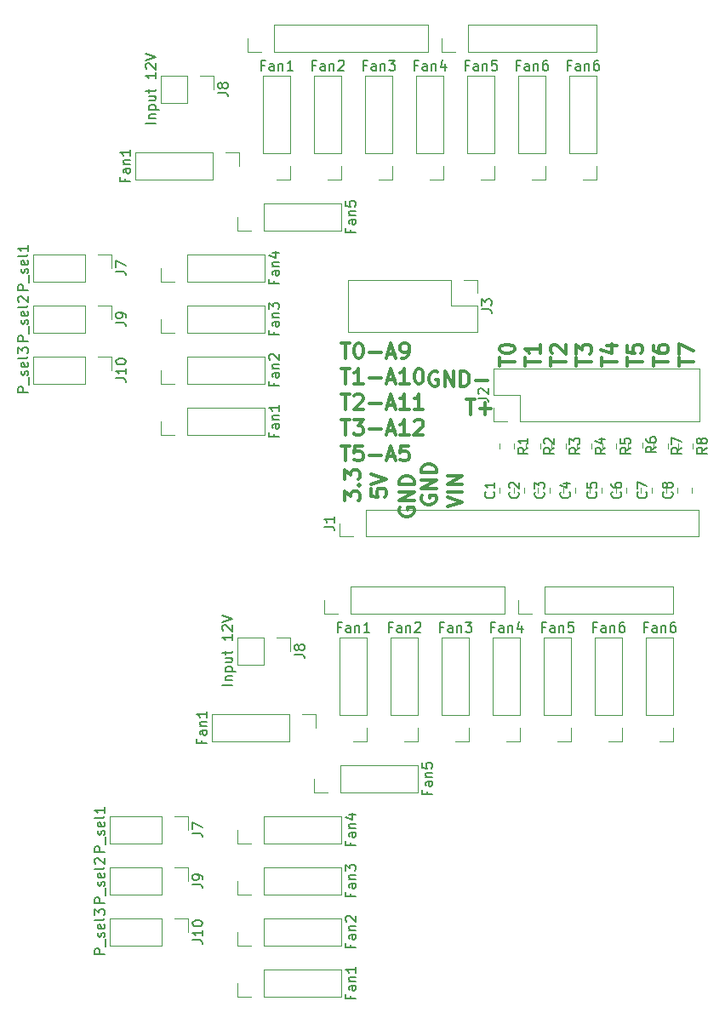
<source format=gbr>
G04 #@! TF.GenerationSoftware,KiCad,Pcbnew,5.0.1*
G04 #@! TF.CreationDate,2018-10-26T18:06:02+02:00*
G04 #@! TF.ProjectId,combine,636F6D62696E652E6B696361645F7063,rev?*
G04 #@! TF.SameCoordinates,Original*
G04 #@! TF.FileFunction,Legend,Top*
G04 #@! TF.FilePolarity,Positive*
%FSLAX46Y46*%
G04 Gerber Fmt 4.6, Leading zero omitted, Abs format (unit mm)*
G04 Created by KiCad (PCBNEW 5.0.1) date Fri 26 Oct 2018 06:06:02 PM CEST*
%MOMM*%
%LPD*%
G01*
G04 APERTURE LIST*
%ADD10C,0.300000*%
%ADD11C,0.120000*%
%ADD12C,0.150000*%
G04 APERTURE END LIST*
D10*
X64857857Y-76048571D02*
X65715000Y-76048571D01*
X65286428Y-77548571D02*
X65286428Y-76048571D01*
X66500714Y-76048571D02*
X66643571Y-76048571D01*
X66786428Y-76120000D01*
X66857857Y-76191428D01*
X66929285Y-76334285D01*
X67000714Y-76620000D01*
X67000714Y-76977142D01*
X66929285Y-77262857D01*
X66857857Y-77405714D01*
X66786428Y-77477142D01*
X66643571Y-77548571D01*
X66500714Y-77548571D01*
X66357857Y-77477142D01*
X66286428Y-77405714D01*
X66215000Y-77262857D01*
X66143571Y-76977142D01*
X66143571Y-76620000D01*
X66215000Y-76334285D01*
X66286428Y-76191428D01*
X66357857Y-76120000D01*
X66500714Y-76048571D01*
X67643571Y-76977142D02*
X68786428Y-76977142D01*
X69429285Y-77120000D02*
X70143571Y-77120000D01*
X69286428Y-77548571D02*
X69786428Y-76048571D01*
X70286428Y-77548571D01*
X70857857Y-77548571D02*
X71143571Y-77548571D01*
X71286428Y-77477142D01*
X71357857Y-77405714D01*
X71500714Y-77191428D01*
X71572142Y-76905714D01*
X71572142Y-76334285D01*
X71500714Y-76191428D01*
X71429285Y-76120000D01*
X71286428Y-76048571D01*
X71000714Y-76048571D01*
X70857857Y-76120000D01*
X70786428Y-76191428D01*
X70715000Y-76334285D01*
X70715000Y-76691428D01*
X70786428Y-76834285D01*
X70857857Y-76905714D01*
X71000714Y-76977142D01*
X71286428Y-76977142D01*
X71429285Y-76905714D01*
X71500714Y-76834285D01*
X71572142Y-76691428D01*
X64857857Y-78598571D02*
X65715000Y-78598571D01*
X65286428Y-80098571D02*
X65286428Y-78598571D01*
X67000714Y-80098571D02*
X66143571Y-80098571D01*
X66572142Y-80098571D02*
X66572142Y-78598571D01*
X66429285Y-78812857D01*
X66286428Y-78955714D01*
X66143571Y-79027142D01*
X67643571Y-79527142D02*
X68786428Y-79527142D01*
X69429285Y-79670000D02*
X70143571Y-79670000D01*
X69286428Y-80098571D02*
X69786428Y-78598571D01*
X70286428Y-80098571D01*
X71572142Y-80098571D02*
X70715000Y-80098571D01*
X71143571Y-80098571D02*
X71143571Y-78598571D01*
X71000714Y-78812857D01*
X70857857Y-78955714D01*
X70715000Y-79027142D01*
X72500714Y-78598571D02*
X72643571Y-78598571D01*
X72786428Y-78670000D01*
X72857857Y-78741428D01*
X72929285Y-78884285D01*
X73000714Y-79170000D01*
X73000714Y-79527142D01*
X72929285Y-79812857D01*
X72857857Y-79955714D01*
X72786428Y-80027142D01*
X72643571Y-80098571D01*
X72500714Y-80098571D01*
X72357857Y-80027142D01*
X72286428Y-79955714D01*
X72215000Y-79812857D01*
X72143571Y-79527142D01*
X72143571Y-79170000D01*
X72215000Y-78884285D01*
X72286428Y-78741428D01*
X72357857Y-78670000D01*
X72500714Y-78598571D01*
X64857857Y-81148571D02*
X65715000Y-81148571D01*
X65286428Y-82648571D02*
X65286428Y-81148571D01*
X66143571Y-81291428D02*
X66215000Y-81220000D01*
X66357857Y-81148571D01*
X66715000Y-81148571D01*
X66857857Y-81220000D01*
X66929285Y-81291428D01*
X67000714Y-81434285D01*
X67000714Y-81577142D01*
X66929285Y-81791428D01*
X66072142Y-82648571D01*
X67000714Y-82648571D01*
X67643571Y-82077142D02*
X68786428Y-82077142D01*
X69429285Y-82220000D02*
X70143571Y-82220000D01*
X69286428Y-82648571D02*
X69786428Y-81148571D01*
X70286428Y-82648571D01*
X71572142Y-82648571D02*
X70715000Y-82648571D01*
X71143571Y-82648571D02*
X71143571Y-81148571D01*
X71000714Y-81362857D01*
X70857857Y-81505714D01*
X70715000Y-81577142D01*
X73000714Y-82648571D02*
X72143571Y-82648571D01*
X72572142Y-82648571D02*
X72572142Y-81148571D01*
X72429285Y-81362857D01*
X72286428Y-81505714D01*
X72143571Y-81577142D01*
X64857857Y-83698571D02*
X65715000Y-83698571D01*
X65286428Y-85198571D02*
X65286428Y-83698571D01*
X66072142Y-83698571D02*
X67000714Y-83698571D01*
X66500714Y-84270000D01*
X66715000Y-84270000D01*
X66857857Y-84341428D01*
X66929285Y-84412857D01*
X67000714Y-84555714D01*
X67000714Y-84912857D01*
X66929285Y-85055714D01*
X66857857Y-85127142D01*
X66715000Y-85198571D01*
X66286428Y-85198571D01*
X66143571Y-85127142D01*
X66072142Y-85055714D01*
X67643571Y-84627142D02*
X68786428Y-84627142D01*
X69429285Y-84770000D02*
X70143571Y-84770000D01*
X69286428Y-85198571D02*
X69786428Y-83698571D01*
X70286428Y-85198571D01*
X71572142Y-85198571D02*
X70715000Y-85198571D01*
X71143571Y-85198571D02*
X71143571Y-83698571D01*
X71000714Y-83912857D01*
X70857857Y-84055714D01*
X70715000Y-84127142D01*
X72143571Y-83841428D02*
X72215000Y-83770000D01*
X72357857Y-83698571D01*
X72715000Y-83698571D01*
X72857857Y-83770000D01*
X72929285Y-83841428D01*
X73000714Y-83984285D01*
X73000714Y-84127142D01*
X72929285Y-84341428D01*
X72072142Y-85198571D01*
X73000714Y-85198571D01*
X64857857Y-86248571D02*
X65715000Y-86248571D01*
X65286428Y-87748571D02*
X65286428Y-86248571D01*
X66929285Y-86248571D02*
X66215000Y-86248571D01*
X66143571Y-86962857D01*
X66215000Y-86891428D01*
X66357857Y-86820000D01*
X66715000Y-86820000D01*
X66857857Y-86891428D01*
X66929285Y-86962857D01*
X67000714Y-87105714D01*
X67000714Y-87462857D01*
X66929285Y-87605714D01*
X66857857Y-87677142D01*
X66715000Y-87748571D01*
X66357857Y-87748571D01*
X66215000Y-87677142D01*
X66143571Y-87605714D01*
X67643571Y-87177142D02*
X68786428Y-87177142D01*
X69429285Y-87320000D02*
X70143571Y-87320000D01*
X69286428Y-87748571D02*
X69786428Y-86248571D01*
X70286428Y-87748571D01*
X71500714Y-86248571D02*
X70786428Y-86248571D01*
X70715000Y-86962857D01*
X70786428Y-86891428D01*
X70929285Y-86820000D01*
X71286428Y-86820000D01*
X71429285Y-86891428D01*
X71500714Y-86962857D01*
X71572142Y-87105714D01*
X71572142Y-87462857D01*
X71500714Y-87605714D01*
X71429285Y-87677142D01*
X71286428Y-87748571D01*
X70929285Y-87748571D01*
X70786428Y-87677142D01*
X70715000Y-87605714D01*
X80573571Y-78332142D02*
X80573571Y-77475000D01*
X82073571Y-77903571D02*
X80573571Y-77903571D01*
X80573571Y-76689285D02*
X80573571Y-76546428D01*
X80645000Y-76403571D01*
X80716428Y-76332142D01*
X80859285Y-76260714D01*
X81145000Y-76189285D01*
X81502142Y-76189285D01*
X81787857Y-76260714D01*
X81930714Y-76332142D01*
X82002142Y-76403571D01*
X82073571Y-76546428D01*
X82073571Y-76689285D01*
X82002142Y-76832142D01*
X81930714Y-76903571D01*
X81787857Y-76975000D01*
X81502142Y-77046428D01*
X81145000Y-77046428D01*
X80859285Y-76975000D01*
X80716428Y-76903571D01*
X80645000Y-76832142D01*
X80573571Y-76689285D01*
X83123571Y-78332142D02*
X83123571Y-77475000D01*
X84623571Y-77903571D02*
X83123571Y-77903571D01*
X84623571Y-76189285D02*
X84623571Y-77046428D01*
X84623571Y-76617857D02*
X83123571Y-76617857D01*
X83337857Y-76760714D01*
X83480714Y-76903571D01*
X83552142Y-77046428D01*
X85673571Y-78332142D02*
X85673571Y-77475000D01*
X87173571Y-77903571D02*
X85673571Y-77903571D01*
X85816428Y-77046428D02*
X85745000Y-76975000D01*
X85673571Y-76832142D01*
X85673571Y-76475000D01*
X85745000Y-76332142D01*
X85816428Y-76260714D01*
X85959285Y-76189285D01*
X86102142Y-76189285D01*
X86316428Y-76260714D01*
X87173571Y-77117857D01*
X87173571Y-76189285D01*
X88223571Y-78332142D02*
X88223571Y-77475000D01*
X89723571Y-77903571D02*
X88223571Y-77903571D01*
X88223571Y-77117857D02*
X88223571Y-76189285D01*
X88795000Y-76689285D01*
X88795000Y-76475000D01*
X88866428Y-76332142D01*
X88937857Y-76260714D01*
X89080714Y-76189285D01*
X89437857Y-76189285D01*
X89580714Y-76260714D01*
X89652142Y-76332142D01*
X89723571Y-76475000D01*
X89723571Y-76903571D01*
X89652142Y-77046428D01*
X89580714Y-77117857D01*
X90773571Y-78332142D02*
X90773571Y-77475000D01*
X92273571Y-77903571D02*
X90773571Y-77903571D01*
X91273571Y-76332142D02*
X92273571Y-76332142D01*
X90702142Y-76689285D02*
X91773571Y-77046428D01*
X91773571Y-76117857D01*
X93323571Y-78332142D02*
X93323571Y-77475000D01*
X94823571Y-77903571D02*
X93323571Y-77903571D01*
X93323571Y-76260714D02*
X93323571Y-76975000D01*
X94037857Y-77046428D01*
X93966428Y-76975000D01*
X93895000Y-76832142D01*
X93895000Y-76475000D01*
X93966428Y-76332142D01*
X94037857Y-76260714D01*
X94180714Y-76189285D01*
X94537857Y-76189285D01*
X94680714Y-76260714D01*
X94752142Y-76332142D01*
X94823571Y-76475000D01*
X94823571Y-76832142D01*
X94752142Y-76975000D01*
X94680714Y-77046428D01*
X95873571Y-78332142D02*
X95873571Y-77475000D01*
X97373571Y-77903571D02*
X95873571Y-77903571D01*
X95873571Y-76332142D02*
X95873571Y-76617857D01*
X95945000Y-76760714D01*
X96016428Y-76832142D01*
X96230714Y-76975000D01*
X96516428Y-77046428D01*
X97087857Y-77046428D01*
X97230714Y-76975000D01*
X97302142Y-76903571D01*
X97373571Y-76760714D01*
X97373571Y-76475000D01*
X97302142Y-76332142D01*
X97230714Y-76260714D01*
X97087857Y-76189285D01*
X96730714Y-76189285D01*
X96587857Y-76260714D01*
X96516428Y-76332142D01*
X96445000Y-76475000D01*
X96445000Y-76760714D01*
X96516428Y-76903571D01*
X96587857Y-76975000D01*
X96730714Y-77046428D01*
X98423571Y-78332142D02*
X98423571Y-77475000D01*
X99923571Y-77903571D02*
X98423571Y-77903571D01*
X98423571Y-77117857D02*
X98423571Y-76117857D01*
X99923571Y-76760714D01*
X74439285Y-78920000D02*
X74296428Y-78848571D01*
X74082142Y-78848571D01*
X73867857Y-78920000D01*
X73725000Y-79062857D01*
X73653571Y-79205714D01*
X73582142Y-79491428D01*
X73582142Y-79705714D01*
X73653571Y-79991428D01*
X73725000Y-80134285D01*
X73867857Y-80277142D01*
X74082142Y-80348571D01*
X74225000Y-80348571D01*
X74439285Y-80277142D01*
X74510714Y-80205714D01*
X74510714Y-79705714D01*
X74225000Y-79705714D01*
X75153571Y-80348571D02*
X75153571Y-78848571D01*
X76010714Y-80348571D01*
X76010714Y-78848571D01*
X76725000Y-80348571D02*
X76725000Y-78848571D01*
X77082142Y-78848571D01*
X77296428Y-78920000D01*
X77439285Y-79062857D01*
X77510714Y-79205714D01*
X77582142Y-79491428D01*
X77582142Y-79705714D01*
X77510714Y-79991428D01*
X77439285Y-80134285D01*
X77296428Y-80277142D01*
X77082142Y-80348571D01*
X76725000Y-80348571D01*
X78225000Y-79777142D02*
X79367857Y-79777142D01*
X77262857Y-81648571D02*
X78120000Y-81648571D01*
X77691428Y-83148571D02*
X77691428Y-81648571D01*
X78620000Y-82577142D02*
X79762857Y-82577142D01*
X79191428Y-83148571D02*
X79191428Y-82005714D01*
X75398571Y-92332142D02*
X76898571Y-91832142D01*
X75398571Y-91332142D01*
X76898571Y-90832142D02*
X75398571Y-90832142D01*
X76898571Y-90117857D02*
X75398571Y-90117857D01*
X76898571Y-89260714D01*
X75398571Y-89260714D01*
X72870000Y-91232142D02*
X72798571Y-91375000D01*
X72798571Y-91589285D01*
X72870000Y-91803571D01*
X73012857Y-91946428D01*
X73155714Y-92017857D01*
X73441428Y-92089285D01*
X73655714Y-92089285D01*
X73941428Y-92017857D01*
X74084285Y-91946428D01*
X74227142Y-91803571D01*
X74298571Y-91589285D01*
X74298571Y-91446428D01*
X74227142Y-91232142D01*
X74155714Y-91160714D01*
X73655714Y-91160714D01*
X73655714Y-91446428D01*
X74298571Y-90517857D02*
X72798571Y-90517857D01*
X74298571Y-89660714D01*
X72798571Y-89660714D01*
X74298571Y-88946428D02*
X72798571Y-88946428D01*
X72798571Y-88589285D01*
X72870000Y-88375000D01*
X73012857Y-88232142D01*
X73155714Y-88160714D01*
X73441428Y-88089285D01*
X73655714Y-88089285D01*
X73941428Y-88160714D01*
X74084285Y-88232142D01*
X74227142Y-88375000D01*
X74298571Y-88589285D01*
X74298571Y-88946428D01*
X70670000Y-92412857D02*
X70598571Y-92555714D01*
X70598571Y-92770000D01*
X70670000Y-92984285D01*
X70812857Y-93127142D01*
X70955714Y-93198571D01*
X71241428Y-93270000D01*
X71455714Y-93270000D01*
X71741428Y-93198571D01*
X71884285Y-93127142D01*
X72027142Y-92984285D01*
X72098571Y-92770000D01*
X72098571Y-92627142D01*
X72027142Y-92412857D01*
X71955714Y-92341428D01*
X71455714Y-92341428D01*
X71455714Y-92627142D01*
X72098571Y-91698571D02*
X70598571Y-91698571D01*
X72098571Y-90841428D01*
X70598571Y-90841428D01*
X72098571Y-90127142D02*
X70598571Y-90127142D01*
X70598571Y-89770000D01*
X70670000Y-89555714D01*
X70812857Y-89412857D01*
X70955714Y-89341428D01*
X71241428Y-89270000D01*
X71455714Y-89270000D01*
X71741428Y-89341428D01*
X71884285Y-89412857D01*
X72027142Y-89555714D01*
X72098571Y-89770000D01*
X72098571Y-90127142D01*
X67798571Y-90555714D02*
X67798571Y-91270000D01*
X68512857Y-91341428D01*
X68441428Y-91270000D01*
X68370000Y-91127142D01*
X68370000Y-90770000D01*
X68441428Y-90627142D01*
X68512857Y-90555714D01*
X68655714Y-90484285D01*
X69012857Y-90484285D01*
X69155714Y-90555714D01*
X69227142Y-90627142D01*
X69298571Y-90770000D01*
X69298571Y-91127142D01*
X69227142Y-91270000D01*
X69155714Y-91341428D01*
X67798571Y-90055714D02*
X69298571Y-89555714D01*
X67798571Y-89055714D01*
X65198571Y-91741428D02*
X65198571Y-90812857D01*
X65770000Y-91312857D01*
X65770000Y-91098571D01*
X65841428Y-90955714D01*
X65912857Y-90884285D01*
X66055714Y-90812857D01*
X66412857Y-90812857D01*
X66555714Y-90884285D01*
X66627142Y-90955714D01*
X66698571Y-91098571D01*
X66698571Y-91527142D01*
X66627142Y-91670000D01*
X66555714Y-91741428D01*
X66555714Y-90170000D02*
X66627142Y-90098571D01*
X66698571Y-90170000D01*
X66627142Y-90241428D01*
X66555714Y-90170000D01*
X66698571Y-90170000D01*
X65198571Y-89598571D02*
X65198571Y-88670000D01*
X65770000Y-89170000D01*
X65770000Y-88955714D01*
X65841428Y-88812857D01*
X65912857Y-88741428D01*
X66055714Y-88670000D01*
X66412857Y-88670000D01*
X66555714Y-88741428D01*
X66627142Y-88812857D01*
X66698571Y-88955714D01*
X66698571Y-89384285D01*
X66627142Y-89527142D01*
X66555714Y-89598571D01*
D11*
G04 #@! TO.C,J6123*
X90230000Y-49470000D02*
X87570000Y-49470000D01*
X90230000Y-57150000D02*
X90230000Y-49470000D01*
X87570000Y-57150000D02*
X87570000Y-49470000D01*
X90230000Y-57150000D02*
X87570000Y-57150000D01*
X90230000Y-58420000D02*
X90230000Y-59750000D01*
X90230000Y-59750000D02*
X88900000Y-59750000D01*
G04 #@! TO.C,J1123*
X54670000Y-57090000D02*
X54670000Y-58420000D01*
X53340000Y-57090000D02*
X54670000Y-57090000D01*
X52070000Y-57090000D02*
X52070000Y-59750000D01*
X52070000Y-59750000D02*
X44390000Y-59750000D01*
X52070000Y-57090000D02*
X44390000Y-57090000D01*
X44390000Y-57090000D02*
X44390000Y-59750000D01*
G04 #@! TO.C,J5123*
X54550000Y-64830000D02*
X54550000Y-63500000D01*
X55880000Y-64830000D02*
X54550000Y-64830000D01*
X57150000Y-64830000D02*
X57150000Y-62170000D01*
X57150000Y-62170000D02*
X64830000Y-62170000D01*
X57150000Y-64830000D02*
X64830000Y-64830000D01*
X64830000Y-64830000D02*
X64830000Y-62170000D01*
G04 #@! TO.C,J4123*
X57210000Y-69910000D02*
X57210000Y-67250000D01*
X49530000Y-69910000D02*
X57210000Y-69910000D01*
X49530000Y-67250000D02*
X57210000Y-67250000D01*
X49530000Y-69910000D02*
X49530000Y-67250000D01*
X48260000Y-69910000D02*
X46930000Y-69910000D01*
X46930000Y-69910000D02*
X46930000Y-68580000D01*
G04 #@! TO.C,J32*
X46930000Y-74990000D02*
X46930000Y-73660000D01*
X48260000Y-74990000D02*
X46930000Y-74990000D01*
X49530000Y-74990000D02*
X49530000Y-72330000D01*
X49530000Y-72330000D02*
X57210000Y-72330000D01*
X49530000Y-74990000D02*
X57210000Y-74990000D01*
X57210000Y-74990000D02*
X57210000Y-72330000D01*
G04 #@! TO.C,J22*
X57210000Y-80070000D02*
X57210000Y-77410000D01*
X49530000Y-80070000D02*
X57210000Y-80070000D01*
X49530000Y-77410000D02*
X57210000Y-77410000D01*
X49530000Y-80070000D02*
X49530000Y-77410000D01*
X48260000Y-80070000D02*
X46930000Y-80070000D01*
X46930000Y-80070000D02*
X46930000Y-78740000D01*
G04 #@! TO.C,J122*
X46930000Y-85150000D02*
X46930000Y-83820000D01*
X48260000Y-85150000D02*
X46930000Y-85150000D01*
X49530000Y-85150000D02*
X49530000Y-82490000D01*
X49530000Y-82490000D02*
X57210000Y-82490000D01*
X49530000Y-85150000D02*
X57210000Y-85150000D01*
X57210000Y-85150000D02*
X57210000Y-82490000D01*
G04 #@! TO.C,J11*
X73466000Y-47050000D02*
X73466000Y-44390000D01*
X58166000Y-47050000D02*
X73466000Y-47050000D01*
X58166000Y-44390000D02*
X73466000Y-44390000D01*
X58166000Y-47050000D02*
X58166000Y-44390000D01*
X56896000Y-47050000D02*
X55566000Y-47050000D01*
X55566000Y-47050000D02*
X55566000Y-45720000D01*
G04 #@! TO.C,J12*
X74870000Y-47050000D02*
X74870000Y-45720000D01*
X76200000Y-47050000D02*
X74870000Y-47050000D01*
X77470000Y-47050000D02*
X77470000Y-44390000D01*
X77470000Y-44390000D02*
X90230000Y-44390000D01*
X77470000Y-47050000D02*
X90230000Y-47050000D01*
X90230000Y-47050000D02*
X90230000Y-44390000D01*
G04 #@! TO.C,J8*
X46930000Y-49470000D02*
X46930000Y-52130000D01*
X49530000Y-49470000D02*
X46930000Y-49470000D01*
X49530000Y-52130000D02*
X46930000Y-52130000D01*
X49530000Y-49470000D02*
X49530000Y-52130000D01*
X50800000Y-49470000D02*
X52130000Y-49470000D01*
X52130000Y-49470000D02*
X52130000Y-50800000D01*
G04 #@! TO.C,J10*
X34230000Y-77410000D02*
X34230000Y-80070000D01*
X39370000Y-77410000D02*
X34230000Y-77410000D01*
X39370000Y-80070000D02*
X34230000Y-80070000D01*
X39370000Y-77410000D02*
X39370000Y-80070000D01*
X40640000Y-77410000D02*
X41970000Y-77410000D01*
X41970000Y-77410000D02*
X41970000Y-78740000D01*
G04 #@! TO.C,J9*
X41970000Y-72330000D02*
X41970000Y-73660000D01*
X40640000Y-72330000D02*
X41970000Y-72330000D01*
X39370000Y-72330000D02*
X39370000Y-74990000D01*
X39370000Y-74990000D02*
X34230000Y-74990000D01*
X39370000Y-72330000D02*
X34230000Y-72330000D01*
X34230000Y-72330000D02*
X34230000Y-74990000D01*
G04 #@! TO.C,J7*
X34230000Y-67250000D02*
X34230000Y-69910000D01*
X39370000Y-67250000D02*
X34230000Y-67250000D01*
X39370000Y-69910000D02*
X34230000Y-69910000D01*
X39370000Y-67250000D02*
X39370000Y-69910000D01*
X40640000Y-67250000D02*
X41970000Y-67250000D01*
X41970000Y-67250000D02*
X41970000Y-68580000D01*
G04 #@! TO.C,J6*
X85150000Y-59750000D02*
X83820000Y-59750000D01*
X85150000Y-58420000D02*
X85150000Y-59750000D01*
X85150000Y-57150000D02*
X82490000Y-57150000D01*
X82490000Y-57150000D02*
X82490000Y-49470000D01*
X85150000Y-57150000D02*
X85150000Y-49470000D01*
X85150000Y-49470000D02*
X82490000Y-49470000D01*
G04 #@! TO.C,J5*
X80070000Y-49470000D02*
X77410000Y-49470000D01*
X80070000Y-57150000D02*
X80070000Y-49470000D01*
X77410000Y-57150000D02*
X77410000Y-49470000D01*
X80070000Y-57150000D02*
X77410000Y-57150000D01*
X80070000Y-58420000D02*
X80070000Y-59750000D01*
X80070000Y-59750000D02*
X78740000Y-59750000D01*
G04 #@! TO.C,J4*
X74990000Y-59750000D02*
X73660000Y-59750000D01*
X74990000Y-58420000D02*
X74990000Y-59750000D01*
X74990000Y-57150000D02*
X72330000Y-57150000D01*
X72330000Y-57150000D02*
X72330000Y-49470000D01*
X74990000Y-57150000D02*
X74990000Y-49470000D01*
X74990000Y-49470000D02*
X72330000Y-49470000D01*
G04 #@! TO.C,J3*
X69910000Y-49470000D02*
X67250000Y-49470000D01*
X69910000Y-57150000D02*
X69910000Y-49470000D01*
X67250000Y-57150000D02*
X67250000Y-49470000D01*
X69910000Y-57150000D02*
X67250000Y-57150000D01*
X69910000Y-58420000D02*
X69910000Y-59750000D01*
X69910000Y-59750000D02*
X68580000Y-59750000D01*
G04 #@! TO.C,J2*
X64830000Y-59750000D02*
X63500000Y-59750000D01*
X64830000Y-58420000D02*
X64830000Y-59750000D01*
X64830000Y-57150000D02*
X62170000Y-57150000D01*
X62170000Y-57150000D02*
X62170000Y-49470000D01*
X64830000Y-57150000D02*
X64830000Y-49470000D01*
X64830000Y-49470000D02*
X62170000Y-49470000D01*
G04 #@! TO.C,J1*
X59750000Y-49470000D02*
X57090000Y-49470000D01*
X59750000Y-57150000D02*
X59750000Y-49470000D01*
X57090000Y-57150000D02*
X57090000Y-49470000D01*
X59750000Y-57150000D02*
X57090000Y-57150000D01*
X59750000Y-58420000D02*
X59750000Y-59750000D01*
X59750000Y-59750000D02*
X58420000Y-59750000D01*
G04 #@! TO.C,C2*
X84430000Y-90931252D02*
X84430000Y-90408748D01*
X83010000Y-90931252D02*
X83010000Y-90408748D01*
G04 #@! TO.C,C3*
X85560000Y-90931252D02*
X85560000Y-90408748D01*
X86980000Y-90931252D02*
X86980000Y-90408748D01*
G04 #@! TO.C,C4*
X89530000Y-90931252D02*
X89530000Y-90408748D01*
X88110000Y-90931252D02*
X88110000Y-90408748D01*
G04 #@! TO.C,C5*
X90760000Y-90931252D02*
X90760000Y-90408748D01*
X92180000Y-90931252D02*
X92180000Y-90408748D01*
G04 #@! TO.C,C6*
X94630000Y-90931252D02*
X94630000Y-90408748D01*
X93210000Y-90931252D02*
X93210000Y-90408748D01*
G04 #@! TO.C,C7*
X95760000Y-90931252D02*
X95760000Y-90408748D01*
X97180000Y-90931252D02*
X97180000Y-90408748D01*
G04 #@! TO.C,C8*
X99730000Y-90931252D02*
X99730000Y-90408748D01*
X98310000Y-90931252D02*
X98310000Y-90408748D01*
G04 #@! TO.C,C1*
X80610000Y-90931252D02*
X80610000Y-90408748D01*
X82030000Y-90931252D02*
X82030000Y-90408748D01*
G04 #@! TO.C,J1*
X100370000Y-95300000D02*
X100370000Y-92640000D01*
X67290000Y-95300000D02*
X100370000Y-95300000D01*
X67290000Y-92640000D02*
X100370000Y-92640000D01*
X67290000Y-95300000D02*
X67290000Y-92640000D01*
X66020000Y-95300000D02*
X64690000Y-95300000D01*
X64690000Y-95300000D02*
X64690000Y-93970000D01*
G04 #@! TO.C,J3*
X65530000Y-69740000D02*
X65530000Y-74940000D01*
X75750000Y-69740000D02*
X65530000Y-69740000D01*
X78350000Y-74940000D02*
X65530000Y-74940000D01*
X75750000Y-69740000D02*
X75750000Y-72340000D01*
X75750000Y-72340000D02*
X78350000Y-72340000D01*
X78350000Y-72340000D02*
X78350000Y-74940000D01*
X77020000Y-69740000D02*
X78350000Y-69740000D01*
X78350000Y-69740000D02*
X78350000Y-71070000D01*
G04 #@! TO.C,J2*
X100450000Y-83800000D02*
X100450000Y-78600000D01*
X82610000Y-83800000D02*
X100450000Y-83800000D01*
X80010000Y-78600000D02*
X100450000Y-78600000D01*
X82610000Y-83800000D02*
X82610000Y-81200000D01*
X82610000Y-81200000D02*
X80010000Y-81200000D01*
X80010000Y-81200000D02*
X80010000Y-78600000D01*
X81340000Y-83800000D02*
X80010000Y-83800000D01*
X80010000Y-83800000D02*
X80010000Y-82470000D01*
G04 #@! TO.C,R8*
X98410000Y-86008748D02*
X98410000Y-86531252D01*
X99830000Y-86008748D02*
X99830000Y-86531252D01*
G04 #@! TO.C,R1*
X82030000Y-86008748D02*
X82030000Y-86531252D01*
X80610000Y-86008748D02*
X80610000Y-86531252D01*
G04 #@! TO.C,R2*
X83210000Y-86008748D02*
X83210000Y-86531252D01*
X84630000Y-86008748D02*
X84630000Y-86531252D01*
G04 #@! TO.C,R3*
X87180000Y-86008748D02*
X87180000Y-86531252D01*
X85760000Y-86008748D02*
X85760000Y-86531252D01*
G04 #@! TO.C,R4*
X88310000Y-86008748D02*
X88310000Y-86531252D01*
X89730000Y-86008748D02*
X89730000Y-86531252D01*
G04 #@! TO.C,R5*
X92230000Y-86008748D02*
X92230000Y-86531252D01*
X90810000Y-86008748D02*
X90810000Y-86531252D01*
G04 #@! TO.C,R6*
X93360000Y-85908748D02*
X93360000Y-86431252D01*
X94780000Y-85908748D02*
X94780000Y-86431252D01*
G04 #@! TO.C,R7*
X97330000Y-86008748D02*
X97330000Y-86531252D01*
X95910000Y-86008748D02*
X95910000Y-86531252D01*
G04 #@! TO.C,J6123*
X97850000Y-105350000D02*
X95190000Y-105350000D01*
X97850000Y-113030000D02*
X97850000Y-105350000D01*
X95190000Y-113030000D02*
X95190000Y-105350000D01*
X97850000Y-113030000D02*
X95190000Y-113030000D01*
X97850000Y-114300000D02*
X97850000Y-115630000D01*
X97850000Y-115630000D02*
X96520000Y-115630000D01*
G04 #@! TO.C,J1123*
X62290000Y-112970000D02*
X62290000Y-114300000D01*
X60960000Y-112970000D02*
X62290000Y-112970000D01*
X59690000Y-112970000D02*
X59690000Y-115630000D01*
X59690000Y-115630000D02*
X52010000Y-115630000D01*
X59690000Y-112970000D02*
X52010000Y-112970000D01*
X52010000Y-112970000D02*
X52010000Y-115630000D01*
G04 #@! TO.C,J5123*
X62170000Y-120710000D02*
X62170000Y-119380000D01*
X63500000Y-120710000D02*
X62170000Y-120710000D01*
X64770000Y-120710000D02*
X64770000Y-118050000D01*
X64770000Y-118050000D02*
X72450000Y-118050000D01*
X64770000Y-120710000D02*
X72450000Y-120710000D01*
X72450000Y-120710000D02*
X72450000Y-118050000D01*
G04 #@! TO.C,J4123*
X64830000Y-125790000D02*
X64830000Y-123130000D01*
X57150000Y-125790000D02*
X64830000Y-125790000D01*
X57150000Y-123130000D02*
X64830000Y-123130000D01*
X57150000Y-125790000D02*
X57150000Y-123130000D01*
X55880000Y-125790000D02*
X54550000Y-125790000D01*
X54550000Y-125790000D02*
X54550000Y-124460000D01*
G04 #@! TO.C,J32*
X54550000Y-130870000D02*
X54550000Y-129540000D01*
X55880000Y-130870000D02*
X54550000Y-130870000D01*
X57150000Y-130870000D02*
X57150000Y-128210000D01*
X57150000Y-128210000D02*
X64830000Y-128210000D01*
X57150000Y-130870000D02*
X64830000Y-130870000D01*
X64830000Y-130870000D02*
X64830000Y-128210000D01*
G04 #@! TO.C,J22*
X64830000Y-135950000D02*
X64830000Y-133290000D01*
X57150000Y-135950000D02*
X64830000Y-135950000D01*
X57150000Y-133290000D02*
X64830000Y-133290000D01*
X57150000Y-135950000D02*
X57150000Y-133290000D01*
X55880000Y-135950000D02*
X54550000Y-135950000D01*
X54550000Y-135950000D02*
X54550000Y-134620000D01*
G04 #@! TO.C,J122*
X54550000Y-141030000D02*
X54550000Y-139700000D01*
X55880000Y-141030000D02*
X54550000Y-141030000D01*
X57150000Y-141030000D02*
X57150000Y-138370000D01*
X57150000Y-138370000D02*
X64830000Y-138370000D01*
X57150000Y-141030000D02*
X64830000Y-141030000D01*
X64830000Y-141030000D02*
X64830000Y-138370000D01*
G04 #@! TO.C,J11*
X81086000Y-102930000D02*
X81086000Y-100270000D01*
X65786000Y-102930000D02*
X81086000Y-102930000D01*
X65786000Y-100270000D02*
X81086000Y-100270000D01*
X65786000Y-102930000D02*
X65786000Y-100270000D01*
X64516000Y-102930000D02*
X63186000Y-102930000D01*
X63186000Y-102930000D02*
X63186000Y-101600000D01*
G04 #@! TO.C,J12*
X82490000Y-102930000D02*
X82490000Y-101600000D01*
X83820000Y-102930000D02*
X82490000Y-102930000D01*
X85090000Y-102930000D02*
X85090000Y-100270000D01*
X85090000Y-100270000D02*
X97850000Y-100270000D01*
X85090000Y-102930000D02*
X97850000Y-102930000D01*
X97850000Y-102930000D02*
X97850000Y-100270000D01*
G04 #@! TO.C,J8*
X54550000Y-105350000D02*
X54550000Y-108010000D01*
X57150000Y-105350000D02*
X54550000Y-105350000D01*
X57150000Y-108010000D02*
X54550000Y-108010000D01*
X57150000Y-105350000D02*
X57150000Y-108010000D01*
X58420000Y-105350000D02*
X59750000Y-105350000D01*
X59750000Y-105350000D02*
X59750000Y-106680000D01*
G04 #@! TO.C,J10*
X41850000Y-133290000D02*
X41850000Y-135950000D01*
X46990000Y-133290000D02*
X41850000Y-133290000D01*
X46990000Y-135950000D02*
X41850000Y-135950000D01*
X46990000Y-133290000D02*
X46990000Y-135950000D01*
X48260000Y-133290000D02*
X49590000Y-133290000D01*
X49590000Y-133290000D02*
X49590000Y-134620000D01*
G04 #@! TO.C,J9*
X49590000Y-128210000D02*
X49590000Y-129540000D01*
X48260000Y-128210000D02*
X49590000Y-128210000D01*
X46990000Y-128210000D02*
X46990000Y-130870000D01*
X46990000Y-130870000D02*
X41850000Y-130870000D01*
X46990000Y-128210000D02*
X41850000Y-128210000D01*
X41850000Y-128210000D02*
X41850000Y-130870000D01*
G04 #@! TO.C,J7*
X41850000Y-123130000D02*
X41850000Y-125790000D01*
X46990000Y-123130000D02*
X41850000Y-123130000D01*
X46990000Y-125790000D02*
X41850000Y-125790000D01*
X46990000Y-123130000D02*
X46990000Y-125790000D01*
X48260000Y-123130000D02*
X49590000Y-123130000D01*
X49590000Y-123130000D02*
X49590000Y-124460000D01*
G04 #@! TO.C,J6*
X92770000Y-115630000D02*
X91440000Y-115630000D01*
X92770000Y-114300000D02*
X92770000Y-115630000D01*
X92770000Y-113030000D02*
X90110000Y-113030000D01*
X90110000Y-113030000D02*
X90110000Y-105350000D01*
X92770000Y-113030000D02*
X92770000Y-105350000D01*
X92770000Y-105350000D02*
X90110000Y-105350000D01*
G04 #@! TO.C,J5*
X87690000Y-105350000D02*
X85030000Y-105350000D01*
X87690000Y-113030000D02*
X87690000Y-105350000D01*
X85030000Y-113030000D02*
X85030000Y-105350000D01*
X87690000Y-113030000D02*
X85030000Y-113030000D01*
X87690000Y-114300000D02*
X87690000Y-115630000D01*
X87690000Y-115630000D02*
X86360000Y-115630000D01*
G04 #@! TO.C,J4*
X82610000Y-115630000D02*
X81280000Y-115630000D01*
X82610000Y-114300000D02*
X82610000Y-115630000D01*
X82610000Y-113030000D02*
X79950000Y-113030000D01*
X79950000Y-113030000D02*
X79950000Y-105350000D01*
X82610000Y-113030000D02*
X82610000Y-105350000D01*
X82610000Y-105350000D02*
X79950000Y-105350000D01*
G04 #@! TO.C,J3*
X77530000Y-105350000D02*
X74870000Y-105350000D01*
X77530000Y-113030000D02*
X77530000Y-105350000D01*
X74870000Y-113030000D02*
X74870000Y-105350000D01*
X77530000Y-113030000D02*
X74870000Y-113030000D01*
X77530000Y-114300000D02*
X77530000Y-115630000D01*
X77530000Y-115630000D02*
X76200000Y-115630000D01*
G04 #@! TO.C,J2*
X72450000Y-115630000D02*
X71120000Y-115630000D01*
X72450000Y-114300000D02*
X72450000Y-115630000D01*
X72450000Y-113030000D02*
X69790000Y-113030000D01*
X69790000Y-113030000D02*
X69790000Y-105350000D01*
X72450000Y-113030000D02*
X72450000Y-105350000D01*
X72450000Y-105350000D02*
X69790000Y-105350000D01*
G04 #@! TO.C,J1*
X67370000Y-105350000D02*
X64710000Y-105350000D01*
X67370000Y-113030000D02*
X67370000Y-105350000D01*
X64710000Y-113030000D02*
X64710000Y-105350000D01*
X67370000Y-113030000D02*
X64710000Y-113030000D01*
X67370000Y-114300000D02*
X67370000Y-115630000D01*
X67370000Y-115630000D02*
X66040000Y-115630000D01*
G04 #@! TO.C,J6123*
D12*
X87661904Y-48398571D02*
X87328571Y-48398571D01*
X87328571Y-48922380D02*
X87328571Y-47922380D01*
X87804761Y-47922380D01*
X88614285Y-48922380D02*
X88614285Y-48398571D01*
X88566666Y-48303333D01*
X88471428Y-48255714D01*
X88280952Y-48255714D01*
X88185714Y-48303333D01*
X88614285Y-48874761D02*
X88519047Y-48922380D01*
X88280952Y-48922380D01*
X88185714Y-48874761D01*
X88138095Y-48779523D01*
X88138095Y-48684285D01*
X88185714Y-48589047D01*
X88280952Y-48541428D01*
X88519047Y-48541428D01*
X88614285Y-48493809D01*
X89090476Y-48255714D02*
X89090476Y-48922380D01*
X89090476Y-48350952D02*
X89138095Y-48303333D01*
X89233333Y-48255714D01*
X89376190Y-48255714D01*
X89471428Y-48303333D01*
X89519047Y-48398571D01*
X89519047Y-48922380D01*
X90423809Y-47922380D02*
X90233333Y-47922380D01*
X90138095Y-47970000D01*
X90090476Y-48017619D01*
X89995238Y-48160476D01*
X89947619Y-48350952D01*
X89947619Y-48731904D01*
X89995238Y-48827142D01*
X90042857Y-48874761D01*
X90138095Y-48922380D01*
X90328571Y-48922380D01*
X90423809Y-48874761D01*
X90471428Y-48827142D01*
X90519047Y-48731904D01*
X90519047Y-48493809D01*
X90471428Y-48398571D01*
X90423809Y-48350952D01*
X90328571Y-48303333D01*
X90138095Y-48303333D01*
X90042857Y-48350952D01*
X89995238Y-48398571D01*
X89947619Y-48493809D01*
G04 #@! TO.C,J1123*
X43318571Y-59658095D02*
X43318571Y-59991428D01*
X43842380Y-59991428D02*
X42842380Y-59991428D01*
X42842380Y-59515238D01*
X43842380Y-58705714D02*
X43318571Y-58705714D01*
X43223333Y-58753333D01*
X43175714Y-58848571D01*
X43175714Y-59039047D01*
X43223333Y-59134285D01*
X43794761Y-58705714D02*
X43842380Y-58800952D01*
X43842380Y-59039047D01*
X43794761Y-59134285D01*
X43699523Y-59181904D01*
X43604285Y-59181904D01*
X43509047Y-59134285D01*
X43461428Y-59039047D01*
X43461428Y-58800952D01*
X43413809Y-58705714D01*
X43175714Y-58229523D02*
X43842380Y-58229523D01*
X43270952Y-58229523D02*
X43223333Y-58181904D01*
X43175714Y-58086666D01*
X43175714Y-57943809D01*
X43223333Y-57848571D01*
X43318571Y-57800952D01*
X43842380Y-57800952D01*
X43842380Y-56800952D02*
X43842380Y-57372380D01*
X43842380Y-57086666D02*
X42842380Y-57086666D01*
X42985238Y-57181904D01*
X43080476Y-57277142D01*
X43128095Y-57372380D01*
G04 #@! TO.C,J5123*
X65758571Y-64738095D02*
X65758571Y-65071428D01*
X66282380Y-65071428D02*
X65282380Y-65071428D01*
X65282380Y-64595238D01*
X66282380Y-63785714D02*
X65758571Y-63785714D01*
X65663333Y-63833333D01*
X65615714Y-63928571D01*
X65615714Y-64119047D01*
X65663333Y-64214285D01*
X66234761Y-63785714D02*
X66282380Y-63880952D01*
X66282380Y-64119047D01*
X66234761Y-64214285D01*
X66139523Y-64261904D01*
X66044285Y-64261904D01*
X65949047Y-64214285D01*
X65901428Y-64119047D01*
X65901428Y-63880952D01*
X65853809Y-63785714D01*
X65615714Y-63309523D02*
X66282380Y-63309523D01*
X65710952Y-63309523D02*
X65663333Y-63261904D01*
X65615714Y-63166666D01*
X65615714Y-63023809D01*
X65663333Y-62928571D01*
X65758571Y-62880952D01*
X66282380Y-62880952D01*
X65282380Y-61928571D02*
X65282380Y-62404761D01*
X65758571Y-62452380D01*
X65710952Y-62404761D01*
X65663333Y-62309523D01*
X65663333Y-62071428D01*
X65710952Y-61976190D01*
X65758571Y-61928571D01*
X65853809Y-61880952D01*
X66091904Y-61880952D01*
X66187142Y-61928571D01*
X66234761Y-61976190D01*
X66282380Y-62071428D01*
X66282380Y-62309523D01*
X66234761Y-62404761D01*
X66187142Y-62452380D01*
G04 #@! TO.C,J4123*
X58138571Y-69818095D02*
X58138571Y-70151428D01*
X58662380Y-70151428D02*
X57662380Y-70151428D01*
X57662380Y-69675238D01*
X58662380Y-68865714D02*
X58138571Y-68865714D01*
X58043333Y-68913333D01*
X57995714Y-69008571D01*
X57995714Y-69199047D01*
X58043333Y-69294285D01*
X58614761Y-68865714D02*
X58662380Y-68960952D01*
X58662380Y-69199047D01*
X58614761Y-69294285D01*
X58519523Y-69341904D01*
X58424285Y-69341904D01*
X58329047Y-69294285D01*
X58281428Y-69199047D01*
X58281428Y-68960952D01*
X58233809Y-68865714D01*
X57995714Y-68389523D02*
X58662380Y-68389523D01*
X58090952Y-68389523D02*
X58043333Y-68341904D01*
X57995714Y-68246666D01*
X57995714Y-68103809D01*
X58043333Y-68008571D01*
X58138571Y-67960952D01*
X58662380Y-67960952D01*
X57995714Y-67056190D02*
X58662380Y-67056190D01*
X57614761Y-67294285D02*
X58329047Y-67532380D01*
X58329047Y-66913333D01*
G04 #@! TO.C,J32*
X58138571Y-74898095D02*
X58138571Y-75231428D01*
X58662380Y-75231428D02*
X57662380Y-75231428D01*
X57662380Y-74755238D01*
X58662380Y-73945714D02*
X58138571Y-73945714D01*
X58043333Y-73993333D01*
X57995714Y-74088571D01*
X57995714Y-74279047D01*
X58043333Y-74374285D01*
X58614761Y-73945714D02*
X58662380Y-74040952D01*
X58662380Y-74279047D01*
X58614761Y-74374285D01*
X58519523Y-74421904D01*
X58424285Y-74421904D01*
X58329047Y-74374285D01*
X58281428Y-74279047D01*
X58281428Y-74040952D01*
X58233809Y-73945714D01*
X57995714Y-73469523D02*
X58662380Y-73469523D01*
X58090952Y-73469523D02*
X58043333Y-73421904D01*
X57995714Y-73326666D01*
X57995714Y-73183809D01*
X58043333Y-73088571D01*
X58138571Y-73040952D01*
X58662380Y-73040952D01*
X57662380Y-72660000D02*
X57662380Y-72040952D01*
X58043333Y-72374285D01*
X58043333Y-72231428D01*
X58090952Y-72136190D01*
X58138571Y-72088571D01*
X58233809Y-72040952D01*
X58471904Y-72040952D01*
X58567142Y-72088571D01*
X58614761Y-72136190D01*
X58662380Y-72231428D01*
X58662380Y-72517142D01*
X58614761Y-72612380D01*
X58567142Y-72660000D01*
G04 #@! TO.C,J22*
X58138571Y-79978095D02*
X58138571Y-80311428D01*
X58662380Y-80311428D02*
X57662380Y-80311428D01*
X57662380Y-79835238D01*
X58662380Y-79025714D02*
X58138571Y-79025714D01*
X58043333Y-79073333D01*
X57995714Y-79168571D01*
X57995714Y-79359047D01*
X58043333Y-79454285D01*
X58614761Y-79025714D02*
X58662380Y-79120952D01*
X58662380Y-79359047D01*
X58614761Y-79454285D01*
X58519523Y-79501904D01*
X58424285Y-79501904D01*
X58329047Y-79454285D01*
X58281428Y-79359047D01*
X58281428Y-79120952D01*
X58233809Y-79025714D01*
X57995714Y-78549523D02*
X58662380Y-78549523D01*
X58090952Y-78549523D02*
X58043333Y-78501904D01*
X57995714Y-78406666D01*
X57995714Y-78263809D01*
X58043333Y-78168571D01*
X58138571Y-78120952D01*
X58662380Y-78120952D01*
X57757619Y-77692380D02*
X57710000Y-77644761D01*
X57662380Y-77549523D01*
X57662380Y-77311428D01*
X57710000Y-77216190D01*
X57757619Y-77168571D01*
X57852857Y-77120952D01*
X57948095Y-77120952D01*
X58090952Y-77168571D01*
X58662380Y-77740000D01*
X58662380Y-77120952D01*
G04 #@! TO.C,J122*
X58138571Y-85058095D02*
X58138571Y-85391428D01*
X58662380Y-85391428D02*
X57662380Y-85391428D01*
X57662380Y-84915238D01*
X58662380Y-84105714D02*
X58138571Y-84105714D01*
X58043333Y-84153333D01*
X57995714Y-84248571D01*
X57995714Y-84439047D01*
X58043333Y-84534285D01*
X58614761Y-84105714D02*
X58662380Y-84200952D01*
X58662380Y-84439047D01*
X58614761Y-84534285D01*
X58519523Y-84581904D01*
X58424285Y-84581904D01*
X58329047Y-84534285D01*
X58281428Y-84439047D01*
X58281428Y-84200952D01*
X58233809Y-84105714D01*
X57995714Y-83629523D02*
X58662380Y-83629523D01*
X58090952Y-83629523D02*
X58043333Y-83581904D01*
X57995714Y-83486666D01*
X57995714Y-83343809D01*
X58043333Y-83248571D01*
X58138571Y-83200952D01*
X58662380Y-83200952D01*
X58662380Y-82200952D02*
X58662380Y-82772380D01*
X58662380Y-82486666D02*
X57662380Y-82486666D01*
X57805238Y-82581904D01*
X57900476Y-82677142D01*
X57948095Y-82772380D01*
G04 #@! TO.C,J8*
X52582380Y-51133333D02*
X53296666Y-51133333D01*
X53439523Y-51180952D01*
X53534761Y-51276190D01*
X53582380Y-51419047D01*
X53582380Y-51514285D01*
X53010952Y-50514285D02*
X52963333Y-50609523D01*
X52915714Y-50657142D01*
X52820476Y-50704761D01*
X52772857Y-50704761D01*
X52677619Y-50657142D01*
X52630000Y-50609523D01*
X52582380Y-50514285D01*
X52582380Y-50323809D01*
X52630000Y-50228571D01*
X52677619Y-50180952D01*
X52772857Y-50133333D01*
X52820476Y-50133333D01*
X52915714Y-50180952D01*
X52963333Y-50228571D01*
X53010952Y-50323809D01*
X53010952Y-50514285D01*
X53058571Y-50609523D01*
X53106190Y-50657142D01*
X53201428Y-50704761D01*
X53391904Y-50704761D01*
X53487142Y-50657142D01*
X53534761Y-50609523D01*
X53582380Y-50514285D01*
X53582380Y-50323809D01*
X53534761Y-50228571D01*
X53487142Y-50180952D01*
X53391904Y-50133333D01*
X53201428Y-50133333D01*
X53106190Y-50180952D01*
X53058571Y-50228571D01*
X53010952Y-50323809D01*
X46382380Y-54204761D02*
X45382380Y-54204761D01*
X45715714Y-53728571D02*
X46382380Y-53728571D01*
X45810952Y-53728571D02*
X45763333Y-53680952D01*
X45715714Y-53585714D01*
X45715714Y-53442857D01*
X45763333Y-53347619D01*
X45858571Y-53300000D01*
X46382380Y-53300000D01*
X45715714Y-52823809D02*
X46715714Y-52823809D01*
X45763333Y-52823809D02*
X45715714Y-52728571D01*
X45715714Y-52538095D01*
X45763333Y-52442857D01*
X45810952Y-52395238D01*
X45906190Y-52347619D01*
X46191904Y-52347619D01*
X46287142Y-52395238D01*
X46334761Y-52442857D01*
X46382380Y-52538095D01*
X46382380Y-52728571D01*
X46334761Y-52823809D01*
X45715714Y-51490476D02*
X46382380Y-51490476D01*
X45715714Y-51919047D02*
X46239523Y-51919047D01*
X46334761Y-51871428D01*
X46382380Y-51776190D01*
X46382380Y-51633333D01*
X46334761Y-51538095D01*
X46287142Y-51490476D01*
X45715714Y-51157142D02*
X45715714Y-50776190D01*
X45382380Y-51014285D02*
X46239523Y-51014285D01*
X46334761Y-50966666D01*
X46382380Y-50871428D01*
X46382380Y-50776190D01*
X46382380Y-49157142D02*
X46382380Y-49728571D01*
X46382380Y-49442857D02*
X45382380Y-49442857D01*
X45525238Y-49538095D01*
X45620476Y-49633333D01*
X45668095Y-49728571D01*
X45477619Y-48776190D02*
X45430000Y-48728571D01*
X45382380Y-48633333D01*
X45382380Y-48395238D01*
X45430000Y-48300000D01*
X45477619Y-48252380D01*
X45572857Y-48204761D01*
X45668095Y-48204761D01*
X45810952Y-48252380D01*
X46382380Y-48823809D01*
X46382380Y-48204761D01*
X45382380Y-47919047D02*
X46382380Y-47585714D01*
X45382380Y-47252380D01*
G04 #@! TO.C,J10*
X42422380Y-79549523D02*
X43136666Y-79549523D01*
X43279523Y-79597142D01*
X43374761Y-79692380D01*
X43422380Y-79835238D01*
X43422380Y-79930476D01*
X43422380Y-78549523D02*
X43422380Y-79120952D01*
X43422380Y-78835238D02*
X42422380Y-78835238D01*
X42565238Y-78930476D01*
X42660476Y-79025714D01*
X42708095Y-79120952D01*
X42422380Y-77930476D02*
X42422380Y-77835238D01*
X42470000Y-77740000D01*
X42517619Y-77692380D01*
X42612857Y-77644761D01*
X42803333Y-77597142D01*
X43041428Y-77597142D01*
X43231904Y-77644761D01*
X43327142Y-77692380D01*
X43374761Y-77740000D01*
X43422380Y-77835238D01*
X43422380Y-77930476D01*
X43374761Y-78025714D01*
X43327142Y-78073333D01*
X43231904Y-78120952D01*
X43041428Y-78168571D01*
X42803333Y-78168571D01*
X42612857Y-78120952D01*
X42517619Y-78073333D01*
X42470000Y-78025714D01*
X42422380Y-77930476D01*
X33682380Y-80954285D02*
X32682380Y-80954285D01*
X32682380Y-80573333D01*
X32730000Y-80478095D01*
X32777619Y-80430476D01*
X32872857Y-80382857D01*
X33015714Y-80382857D01*
X33110952Y-80430476D01*
X33158571Y-80478095D01*
X33206190Y-80573333D01*
X33206190Y-80954285D01*
X33777619Y-80192380D02*
X33777619Y-79430476D01*
X33634761Y-79240000D02*
X33682380Y-79144761D01*
X33682380Y-78954285D01*
X33634761Y-78859047D01*
X33539523Y-78811428D01*
X33491904Y-78811428D01*
X33396666Y-78859047D01*
X33349047Y-78954285D01*
X33349047Y-79097142D01*
X33301428Y-79192380D01*
X33206190Y-79240000D01*
X33158571Y-79240000D01*
X33063333Y-79192380D01*
X33015714Y-79097142D01*
X33015714Y-78954285D01*
X33063333Y-78859047D01*
X33634761Y-78001904D02*
X33682380Y-78097142D01*
X33682380Y-78287619D01*
X33634761Y-78382857D01*
X33539523Y-78430476D01*
X33158571Y-78430476D01*
X33063333Y-78382857D01*
X33015714Y-78287619D01*
X33015714Y-78097142D01*
X33063333Y-78001904D01*
X33158571Y-77954285D01*
X33253809Y-77954285D01*
X33349047Y-78430476D01*
X33682380Y-77382857D02*
X33634761Y-77478095D01*
X33539523Y-77525714D01*
X32682380Y-77525714D01*
X32682380Y-77097142D02*
X32682380Y-76478095D01*
X33063333Y-76811428D01*
X33063333Y-76668571D01*
X33110952Y-76573333D01*
X33158571Y-76525714D01*
X33253809Y-76478095D01*
X33491904Y-76478095D01*
X33587142Y-76525714D01*
X33634761Y-76573333D01*
X33682380Y-76668571D01*
X33682380Y-76954285D01*
X33634761Y-77049523D01*
X33587142Y-77097142D01*
G04 #@! TO.C,J9*
X42422380Y-73993333D02*
X43136666Y-73993333D01*
X43279523Y-74040952D01*
X43374761Y-74136190D01*
X43422380Y-74279047D01*
X43422380Y-74374285D01*
X43422380Y-73469523D02*
X43422380Y-73279047D01*
X43374761Y-73183809D01*
X43327142Y-73136190D01*
X43184285Y-73040952D01*
X42993809Y-72993333D01*
X42612857Y-72993333D01*
X42517619Y-73040952D01*
X42470000Y-73088571D01*
X42422380Y-73183809D01*
X42422380Y-73374285D01*
X42470000Y-73469523D01*
X42517619Y-73517142D01*
X42612857Y-73564761D01*
X42850952Y-73564761D01*
X42946190Y-73517142D01*
X42993809Y-73469523D01*
X43041428Y-73374285D01*
X43041428Y-73183809D01*
X42993809Y-73088571D01*
X42946190Y-73040952D01*
X42850952Y-72993333D01*
X33682380Y-75874285D02*
X32682380Y-75874285D01*
X32682380Y-75493333D01*
X32730000Y-75398095D01*
X32777619Y-75350476D01*
X32872857Y-75302857D01*
X33015714Y-75302857D01*
X33110952Y-75350476D01*
X33158571Y-75398095D01*
X33206190Y-75493333D01*
X33206190Y-75874285D01*
X33777619Y-75112380D02*
X33777619Y-74350476D01*
X33634761Y-74160000D02*
X33682380Y-74064761D01*
X33682380Y-73874285D01*
X33634761Y-73779047D01*
X33539523Y-73731428D01*
X33491904Y-73731428D01*
X33396666Y-73779047D01*
X33349047Y-73874285D01*
X33349047Y-74017142D01*
X33301428Y-74112380D01*
X33206190Y-74160000D01*
X33158571Y-74160000D01*
X33063333Y-74112380D01*
X33015714Y-74017142D01*
X33015714Y-73874285D01*
X33063333Y-73779047D01*
X33634761Y-72921904D02*
X33682380Y-73017142D01*
X33682380Y-73207619D01*
X33634761Y-73302857D01*
X33539523Y-73350476D01*
X33158571Y-73350476D01*
X33063333Y-73302857D01*
X33015714Y-73207619D01*
X33015714Y-73017142D01*
X33063333Y-72921904D01*
X33158571Y-72874285D01*
X33253809Y-72874285D01*
X33349047Y-73350476D01*
X33682380Y-72302857D02*
X33634761Y-72398095D01*
X33539523Y-72445714D01*
X32682380Y-72445714D01*
X32777619Y-71969523D02*
X32730000Y-71921904D01*
X32682380Y-71826666D01*
X32682380Y-71588571D01*
X32730000Y-71493333D01*
X32777619Y-71445714D01*
X32872857Y-71398095D01*
X32968095Y-71398095D01*
X33110952Y-71445714D01*
X33682380Y-72017142D01*
X33682380Y-71398095D01*
G04 #@! TO.C,J7*
X42422380Y-68913333D02*
X43136666Y-68913333D01*
X43279523Y-68960952D01*
X43374761Y-69056190D01*
X43422380Y-69199047D01*
X43422380Y-69294285D01*
X42422380Y-68532380D02*
X42422380Y-67865714D01*
X43422380Y-68294285D01*
X33682380Y-70794285D02*
X32682380Y-70794285D01*
X32682380Y-70413333D01*
X32730000Y-70318095D01*
X32777619Y-70270476D01*
X32872857Y-70222857D01*
X33015714Y-70222857D01*
X33110952Y-70270476D01*
X33158571Y-70318095D01*
X33206190Y-70413333D01*
X33206190Y-70794285D01*
X33777619Y-70032380D02*
X33777619Y-69270476D01*
X33634761Y-69080000D02*
X33682380Y-68984761D01*
X33682380Y-68794285D01*
X33634761Y-68699047D01*
X33539523Y-68651428D01*
X33491904Y-68651428D01*
X33396666Y-68699047D01*
X33349047Y-68794285D01*
X33349047Y-68937142D01*
X33301428Y-69032380D01*
X33206190Y-69080000D01*
X33158571Y-69080000D01*
X33063333Y-69032380D01*
X33015714Y-68937142D01*
X33015714Y-68794285D01*
X33063333Y-68699047D01*
X33634761Y-67841904D02*
X33682380Y-67937142D01*
X33682380Y-68127619D01*
X33634761Y-68222857D01*
X33539523Y-68270476D01*
X33158571Y-68270476D01*
X33063333Y-68222857D01*
X33015714Y-68127619D01*
X33015714Y-67937142D01*
X33063333Y-67841904D01*
X33158571Y-67794285D01*
X33253809Y-67794285D01*
X33349047Y-68270476D01*
X33682380Y-67222857D02*
X33634761Y-67318095D01*
X33539523Y-67365714D01*
X32682380Y-67365714D01*
X33682380Y-66318095D02*
X33682380Y-66889523D01*
X33682380Y-66603809D02*
X32682380Y-66603809D01*
X32825238Y-66699047D01*
X32920476Y-66794285D01*
X32968095Y-66889523D01*
G04 #@! TO.C,J6*
X82581904Y-48398571D02*
X82248571Y-48398571D01*
X82248571Y-48922380D02*
X82248571Y-47922380D01*
X82724761Y-47922380D01*
X83534285Y-48922380D02*
X83534285Y-48398571D01*
X83486666Y-48303333D01*
X83391428Y-48255714D01*
X83200952Y-48255714D01*
X83105714Y-48303333D01*
X83534285Y-48874761D02*
X83439047Y-48922380D01*
X83200952Y-48922380D01*
X83105714Y-48874761D01*
X83058095Y-48779523D01*
X83058095Y-48684285D01*
X83105714Y-48589047D01*
X83200952Y-48541428D01*
X83439047Y-48541428D01*
X83534285Y-48493809D01*
X84010476Y-48255714D02*
X84010476Y-48922380D01*
X84010476Y-48350952D02*
X84058095Y-48303333D01*
X84153333Y-48255714D01*
X84296190Y-48255714D01*
X84391428Y-48303333D01*
X84439047Y-48398571D01*
X84439047Y-48922380D01*
X85343809Y-47922380D02*
X85153333Y-47922380D01*
X85058095Y-47970000D01*
X85010476Y-48017619D01*
X84915238Y-48160476D01*
X84867619Y-48350952D01*
X84867619Y-48731904D01*
X84915238Y-48827142D01*
X84962857Y-48874761D01*
X85058095Y-48922380D01*
X85248571Y-48922380D01*
X85343809Y-48874761D01*
X85391428Y-48827142D01*
X85439047Y-48731904D01*
X85439047Y-48493809D01*
X85391428Y-48398571D01*
X85343809Y-48350952D01*
X85248571Y-48303333D01*
X85058095Y-48303333D01*
X84962857Y-48350952D01*
X84915238Y-48398571D01*
X84867619Y-48493809D01*
G04 #@! TO.C,J5*
X77501904Y-48398571D02*
X77168571Y-48398571D01*
X77168571Y-48922380D02*
X77168571Y-47922380D01*
X77644761Y-47922380D01*
X78454285Y-48922380D02*
X78454285Y-48398571D01*
X78406666Y-48303333D01*
X78311428Y-48255714D01*
X78120952Y-48255714D01*
X78025714Y-48303333D01*
X78454285Y-48874761D02*
X78359047Y-48922380D01*
X78120952Y-48922380D01*
X78025714Y-48874761D01*
X77978095Y-48779523D01*
X77978095Y-48684285D01*
X78025714Y-48589047D01*
X78120952Y-48541428D01*
X78359047Y-48541428D01*
X78454285Y-48493809D01*
X78930476Y-48255714D02*
X78930476Y-48922380D01*
X78930476Y-48350952D02*
X78978095Y-48303333D01*
X79073333Y-48255714D01*
X79216190Y-48255714D01*
X79311428Y-48303333D01*
X79359047Y-48398571D01*
X79359047Y-48922380D01*
X80311428Y-47922380D02*
X79835238Y-47922380D01*
X79787619Y-48398571D01*
X79835238Y-48350952D01*
X79930476Y-48303333D01*
X80168571Y-48303333D01*
X80263809Y-48350952D01*
X80311428Y-48398571D01*
X80359047Y-48493809D01*
X80359047Y-48731904D01*
X80311428Y-48827142D01*
X80263809Y-48874761D01*
X80168571Y-48922380D01*
X79930476Y-48922380D01*
X79835238Y-48874761D01*
X79787619Y-48827142D01*
G04 #@! TO.C,J4*
X72421904Y-48398571D02*
X72088571Y-48398571D01*
X72088571Y-48922380D02*
X72088571Y-47922380D01*
X72564761Y-47922380D01*
X73374285Y-48922380D02*
X73374285Y-48398571D01*
X73326666Y-48303333D01*
X73231428Y-48255714D01*
X73040952Y-48255714D01*
X72945714Y-48303333D01*
X73374285Y-48874761D02*
X73279047Y-48922380D01*
X73040952Y-48922380D01*
X72945714Y-48874761D01*
X72898095Y-48779523D01*
X72898095Y-48684285D01*
X72945714Y-48589047D01*
X73040952Y-48541428D01*
X73279047Y-48541428D01*
X73374285Y-48493809D01*
X73850476Y-48255714D02*
X73850476Y-48922380D01*
X73850476Y-48350952D02*
X73898095Y-48303333D01*
X73993333Y-48255714D01*
X74136190Y-48255714D01*
X74231428Y-48303333D01*
X74279047Y-48398571D01*
X74279047Y-48922380D01*
X75183809Y-48255714D02*
X75183809Y-48922380D01*
X74945714Y-47874761D02*
X74707619Y-48589047D01*
X75326666Y-48589047D01*
G04 #@! TO.C,J3*
X67341904Y-48398571D02*
X67008571Y-48398571D01*
X67008571Y-48922380D02*
X67008571Y-47922380D01*
X67484761Y-47922380D01*
X68294285Y-48922380D02*
X68294285Y-48398571D01*
X68246666Y-48303333D01*
X68151428Y-48255714D01*
X67960952Y-48255714D01*
X67865714Y-48303333D01*
X68294285Y-48874761D02*
X68199047Y-48922380D01*
X67960952Y-48922380D01*
X67865714Y-48874761D01*
X67818095Y-48779523D01*
X67818095Y-48684285D01*
X67865714Y-48589047D01*
X67960952Y-48541428D01*
X68199047Y-48541428D01*
X68294285Y-48493809D01*
X68770476Y-48255714D02*
X68770476Y-48922380D01*
X68770476Y-48350952D02*
X68818095Y-48303333D01*
X68913333Y-48255714D01*
X69056190Y-48255714D01*
X69151428Y-48303333D01*
X69199047Y-48398571D01*
X69199047Y-48922380D01*
X69580000Y-47922380D02*
X70199047Y-47922380D01*
X69865714Y-48303333D01*
X70008571Y-48303333D01*
X70103809Y-48350952D01*
X70151428Y-48398571D01*
X70199047Y-48493809D01*
X70199047Y-48731904D01*
X70151428Y-48827142D01*
X70103809Y-48874761D01*
X70008571Y-48922380D01*
X69722857Y-48922380D01*
X69627619Y-48874761D01*
X69580000Y-48827142D01*
G04 #@! TO.C,J2*
X62261904Y-48398571D02*
X61928571Y-48398571D01*
X61928571Y-48922380D02*
X61928571Y-47922380D01*
X62404761Y-47922380D01*
X63214285Y-48922380D02*
X63214285Y-48398571D01*
X63166666Y-48303333D01*
X63071428Y-48255714D01*
X62880952Y-48255714D01*
X62785714Y-48303333D01*
X63214285Y-48874761D02*
X63119047Y-48922380D01*
X62880952Y-48922380D01*
X62785714Y-48874761D01*
X62738095Y-48779523D01*
X62738095Y-48684285D01*
X62785714Y-48589047D01*
X62880952Y-48541428D01*
X63119047Y-48541428D01*
X63214285Y-48493809D01*
X63690476Y-48255714D02*
X63690476Y-48922380D01*
X63690476Y-48350952D02*
X63738095Y-48303333D01*
X63833333Y-48255714D01*
X63976190Y-48255714D01*
X64071428Y-48303333D01*
X64119047Y-48398571D01*
X64119047Y-48922380D01*
X64547619Y-48017619D02*
X64595238Y-47970000D01*
X64690476Y-47922380D01*
X64928571Y-47922380D01*
X65023809Y-47970000D01*
X65071428Y-48017619D01*
X65119047Y-48112857D01*
X65119047Y-48208095D01*
X65071428Y-48350952D01*
X64500000Y-48922380D01*
X65119047Y-48922380D01*
G04 #@! TO.C,J1*
X57181904Y-48398571D02*
X56848571Y-48398571D01*
X56848571Y-48922380D02*
X56848571Y-47922380D01*
X57324761Y-47922380D01*
X58134285Y-48922380D02*
X58134285Y-48398571D01*
X58086666Y-48303333D01*
X57991428Y-48255714D01*
X57800952Y-48255714D01*
X57705714Y-48303333D01*
X58134285Y-48874761D02*
X58039047Y-48922380D01*
X57800952Y-48922380D01*
X57705714Y-48874761D01*
X57658095Y-48779523D01*
X57658095Y-48684285D01*
X57705714Y-48589047D01*
X57800952Y-48541428D01*
X58039047Y-48541428D01*
X58134285Y-48493809D01*
X58610476Y-48255714D02*
X58610476Y-48922380D01*
X58610476Y-48350952D02*
X58658095Y-48303333D01*
X58753333Y-48255714D01*
X58896190Y-48255714D01*
X58991428Y-48303333D01*
X59039047Y-48398571D01*
X59039047Y-48922380D01*
X60039047Y-48922380D02*
X59467619Y-48922380D01*
X59753333Y-48922380D02*
X59753333Y-47922380D01*
X59658095Y-48065238D01*
X59562857Y-48160476D01*
X59467619Y-48208095D01*
G04 #@! TO.C,C2*
X82427142Y-90836666D02*
X82474761Y-90884285D01*
X82522380Y-91027142D01*
X82522380Y-91122380D01*
X82474761Y-91265238D01*
X82379523Y-91360476D01*
X82284285Y-91408095D01*
X82093809Y-91455714D01*
X81950952Y-91455714D01*
X81760476Y-91408095D01*
X81665238Y-91360476D01*
X81570000Y-91265238D01*
X81522380Y-91122380D01*
X81522380Y-91027142D01*
X81570000Y-90884285D01*
X81617619Y-90836666D01*
X81617619Y-90455714D02*
X81570000Y-90408095D01*
X81522380Y-90312857D01*
X81522380Y-90074761D01*
X81570000Y-89979523D01*
X81617619Y-89931904D01*
X81712857Y-89884285D01*
X81808095Y-89884285D01*
X81950952Y-89931904D01*
X82522380Y-90503333D01*
X82522380Y-89884285D01*
G04 #@! TO.C,C3*
X84977142Y-90836666D02*
X85024761Y-90884285D01*
X85072380Y-91027142D01*
X85072380Y-91122380D01*
X85024761Y-91265238D01*
X84929523Y-91360476D01*
X84834285Y-91408095D01*
X84643809Y-91455714D01*
X84500952Y-91455714D01*
X84310476Y-91408095D01*
X84215238Y-91360476D01*
X84120000Y-91265238D01*
X84072380Y-91122380D01*
X84072380Y-91027142D01*
X84120000Y-90884285D01*
X84167619Y-90836666D01*
X84072380Y-90503333D02*
X84072380Y-89884285D01*
X84453333Y-90217619D01*
X84453333Y-90074761D01*
X84500952Y-89979523D01*
X84548571Y-89931904D01*
X84643809Y-89884285D01*
X84881904Y-89884285D01*
X84977142Y-89931904D01*
X85024761Y-89979523D01*
X85072380Y-90074761D01*
X85072380Y-90360476D01*
X85024761Y-90455714D01*
X84977142Y-90503333D01*
G04 #@! TO.C,C4*
X87527142Y-90836666D02*
X87574761Y-90884285D01*
X87622380Y-91027142D01*
X87622380Y-91122380D01*
X87574761Y-91265238D01*
X87479523Y-91360476D01*
X87384285Y-91408095D01*
X87193809Y-91455714D01*
X87050952Y-91455714D01*
X86860476Y-91408095D01*
X86765238Y-91360476D01*
X86670000Y-91265238D01*
X86622380Y-91122380D01*
X86622380Y-91027142D01*
X86670000Y-90884285D01*
X86717619Y-90836666D01*
X86955714Y-89979523D02*
X87622380Y-89979523D01*
X86574761Y-90217619D02*
X87289047Y-90455714D01*
X87289047Y-89836666D01*
G04 #@! TO.C,C5*
X90177142Y-90836666D02*
X90224761Y-90884285D01*
X90272380Y-91027142D01*
X90272380Y-91122380D01*
X90224761Y-91265238D01*
X90129523Y-91360476D01*
X90034285Y-91408095D01*
X89843809Y-91455714D01*
X89700952Y-91455714D01*
X89510476Y-91408095D01*
X89415238Y-91360476D01*
X89320000Y-91265238D01*
X89272380Y-91122380D01*
X89272380Y-91027142D01*
X89320000Y-90884285D01*
X89367619Y-90836666D01*
X89272380Y-89931904D02*
X89272380Y-90408095D01*
X89748571Y-90455714D01*
X89700952Y-90408095D01*
X89653333Y-90312857D01*
X89653333Y-90074761D01*
X89700952Y-89979523D01*
X89748571Y-89931904D01*
X89843809Y-89884285D01*
X90081904Y-89884285D01*
X90177142Y-89931904D01*
X90224761Y-89979523D01*
X90272380Y-90074761D01*
X90272380Y-90312857D01*
X90224761Y-90408095D01*
X90177142Y-90455714D01*
G04 #@! TO.C,C6*
X92627142Y-90836666D02*
X92674761Y-90884285D01*
X92722380Y-91027142D01*
X92722380Y-91122380D01*
X92674761Y-91265238D01*
X92579523Y-91360476D01*
X92484285Y-91408095D01*
X92293809Y-91455714D01*
X92150952Y-91455714D01*
X91960476Y-91408095D01*
X91865238Y-91360476D01*
X91770000Y-91265238D01*
X91722380Y-91122380D01*
X91722380Y-91027142D01*
X91770000Y-90884285D01*
X91817619Y-90836666D01*
X91722380Y-89979523D02*
X91722380Y-90170000D01*
X91770000Y-90265238D01*
X91817619Y-90312857D01*
X91960476Y-90408095D01*
X92150952Y-90455714D01*
X92531904Y-90455714D01*
X92627142Y-90408095D01*
X92674761Y-90360476D01*
X92722380Y-90265238D01*
X92722380Y-90074761D01*
X92674761Y-89979523D01*
X92627142Y-89931904D01*
X92531904Y-89884285D01*
X92293809Y-89884285D01*
X92198571Y-89931904D01*
X92150952Y-89979523D01*
X92103333Y-90074761D01*
X92103333Y-90265238D01*
X92150952Y-90360476D01*
X92198571Y-90408095D01*
X92293809Y-90455714D01*
G04 #@! TO.C,C7*
X95177142Y-90836666D02*
X95224761Y-90884285D01*
X95272380Y-91027142D01*
X95272380Y-91122380D01*
X95224761Y-91265238D01*
X95129523Y-91360476D01*
X95034285Y-91408095D01*
X94843809Y-91455714D01*
X94700952Y-91455714D01*
X94510476Y-91408095D01*
X94415238Y-91360476D01*
X94320000Y-91265238D01*
X94272380Y-91122380D01*
X94272380Y-91027142D01*
X94320000Y-90884285D01*
X94367619Y-90836666D01*
X94272380Y-90503333D02*
X94272380Y-89836666D01*
X95272380Y-90265238D01*
G04 #@! TO.C,C8*
X97727142Y-90836666D02*
X97774761Y-90884285D01*
X97822380Y-91027142D01*
X97822380Y-91122380D01*
X97774761Y-91265238D01*
X97679523Y-91360476D01*
X97584285Y-91408095D01*
X97393809Y-91455714D01*
X97250952Y-91455714D01*
X97060476Y-91408095D01*
X96965238Y-91360476D01*
X96870000Y-91265238D01*
X96822380Y-91122380D01*
X96822380Y-91027142D01*
X96870000Y-90884285D01*
X96917619Y-90836666D01*
X97250952Y-90265238D02*
X97203333Y-90360476D01*
X97155714Y-90408095D01*
X97060476Y-90455714D01*
X97012857Y-90455714D01*
X96917619Y-90408095D01*
X96870000Y-90360476D01*
X96822380Y-90265238D01*
X96822380Y-90074761D01*
X96870000Y-89979523D01*
X96917619Y-89931904D01*
X97012857Y-89884285D01*
X97060476Y-89884285D01*
X97155714Y-89931904D01*
X97203333Y-89979523D01*
X97250952Y-90074761D01*
X97250952Y-90265238D01*
X97298571Y-90360476D01*
X97346190Y-90408095D01*
X97441428Y-90455714D01*
X97631904Y-90455714D01*
X97727142Y-90408095D01*
X97774761Y-90360476D01*
X97822380Y-90265238D01*
X97822380Y-90074761D01*
X97774761Y-89979523D01*
X97727142Y-89931904D01*
X97631904Y-89884285D01*
X97441428Y-89884285D01*
X97346190Y-89931904D01*
X97298571Y-89979523D01*
X97250952Y-90074761D01*
G04 #@! TO.C,C1*
X80027142Y-90836666D02*
X80074761Y-90884285D01*
X80122380Y-91027142D01*
X80122380Y-91122380D01*
X80074761Y-91265238D01*
X79979523Y-91360476D01*
X79884285Y-91408095D01*
X79693809Y-91455714D01*
X79550952Y-91455714D01*
X79360476Y-91408095D01*
X79265238Y-91360476D01*
X79170000Y-91265238D01*
X79122380Y-91122380D01*
X79122380Y-91027142D01*
X79170000Y-90884285D01*
X79217619Y-90836666D01*
X80122380Y-89884285D02*
X80122380Y-90455714D01*
X80122380Y-90170000D02*
X79122380Y-90170000D01*
X79265238Y-90265238D01*
X79360476Y-90360476D01*
X79408095Y-90455714D01*
G04 #@! TO.C,J1*
X63142380Y-94303333D02*
X63856666Y-94303333D01*
X63999523Y-94350952D01*
X64094761Y-94446190D01*
X64142380Y-94589047D01*
X64142380Y-94684285D01*
X64142380Y-93303333D02*
X64142380Y-93874761D01*
X64142380Y-93589047D02*
X63142380Y-93589047D01*
X63285238Y-93684285D01*
X63380476Y-93779523D01*
X63428095Y-93874761D01*
G04 #@! TO.C,J3*
X78802380Y-72673333D02*
X79516666Y-72673333D01*
X79659523Y-72720952D01*
X79754761Y-72816190D01*
X79802380Y-72959047D01*
X79802380Y-73054285D01*
X78802380Y-72292380D02*
X78802380Y-71673333D01*
X79183333Y-72006666D01*
X79183333Y-71863809D01*
X79230952Y-71768571D01*
X79278571Y-71720952D01*
X79373809Y-71673333D01*
X79611904Y-71673333D01*
X79707142Y-71720952D01*
X79754761Y-71768571D01*
X79802380Y-71863809D01*
X79802380Y-72149523D01*
X79754761Y-72244761D01*
X79707142Y-72292380D01*
G04 #@! TO.C,J2*
X78462380Y-81533333D02*
X79176666Y-81533333D01*
X79319523Y-81580952D01*
X79414761Y-81676190D01*
X79462380Y-81819047D01*
X79462380Y-81914285D01*
X78557619Y-81104761D02*
X78510000Y-81057142D01*
X78462380Y-80961904D01*
X78462380Y-80723809D01*
X78510000Y-80628571D01*
X78557619Y-80580952D01*
X78652857Y-80533333D01*
X78748095Y-80533333D01*
X78890952Y-80580952D01*
X79462380Y-81152380D01*
X79462380Y-80533333D01*
G04 #@! TO.C,R8*
X101222380Y-86436666D02*
X100746190Y-86770000D01*
X101222380Y-87008095D02*
X100222380Y-87008095D01*
X100222380Y-86627142D01*
X100270000Y-86531904D01*
X100317619Y-86484285D01*
X100412857Y-86436666D01*
X100555714Y-86436666D01*
X100650952Y-86484285D01*
X100698571Y-86531904D01*
X100746190Y-86627142D01*
X100746190Y-87008095D01*
X100650952Y-85865238D02*
X100603333Y-85960476D01*
X100555714Y-86008095D01*
X100460476Y-86055714D01*
X100412857Y-86055714D01*
X100317619Y-86008095D01*
X100270000Y-85960476D01*
X100222380Y-85865238D01*
X100222380Y-85674761D01*
X100270000Y-85579523D01*
X100317619Y-85531904D01*
X100412857Y-85484285D01*
X100460476Y-85484285D01*
X100555714Y-85531904D01*
X100603333Y-85579523D01*
X100650952Y-85674761D01*
X100650952Y-85865238D01*
X100698571Y-85960476D01*
X100746190Y-86008095D01*
X100841428Y-86055714D01*
X101031904Y-86055714D01*
X101127142Y-86008095D01*
X101174761Y-85960476D01*
X101222380Y-85865238D01*
X101222380Y-85674761D01*
X101174761Y-85579523D01*
X101127142Y-85531904D01*
X101031904Y-85484285D01*
X100841428Y-85484285D01*
X100746190Y-85531904D01*
X100698571Y-85579523D01*
X100650952Y-85674761D01*
G04 #@! TO.C,R1*
X83422380Y-86436666D02*
X82946190Y-86770000D01*
X83422380Y-87008095D02*
X82422380Y-87008095D01*
X82422380Y-86627142D01*
X82470000Y-86531904D01*
X82517619Y-86484285D01*
X82612857Y-86436666D01*
X82755714Y-86436666D01*
X82850952Y-86484285D01*
X82898571Y-86531904D01*
X82946190Y-86627142D01*
X82946190Y-87008095D01*
X83422380Y-85484285D02*
X83422380Y-86055714D01*
X83422380Y-85770000D02*
X82422380Y-85770000D01*
X82565238Y-85865238D01*
X82660476Y-85960476D01*
X82708095Y-86055714D01*
G04 #@! TO.C,R2*
X86022380Y-86436666D02*
X85546190Y-86770000D01*
X86022380Y-87008095D02*
X85022380Y-87008095D01*
X85022380Y-86627142D01*
X85070000Y-86531904D01*
X85117619Y-86484285D01*
X85212857Y-86436666D01*
X85355714Y-86436666D01*
X85450952Y-86484285D01*
X85498571Y-86531904D01*
X85546190Y-86627142D01*
X85546190Y-87008095D01*
X85117619Y-86055714D02*
X85070000Y-86008095D01*
X85022380Y-85912857D01*
X85022380Y-85674761D01*
X85070000Y-85579523D01*
X85117619Y-85531904D01*
X85212857Y-85484285D01*
X85308095Y-85484285D01*
X85450952Y-85531904D01*
X86022380Y-86103333D01*
X86022380Y-85484285D01*
G04 #@! TO.C,R3*
X88572380Y-86436666D02*
X88096190Y-86770000D01*
X88572380Y-87008095D02*
X87572380Y-87008095D01*
X87572380Y-86627142D01*
X87620000Y-86531904D01*
X87667619Y-86484285D01*
X87762857Y-86436666D01*
X87905714Y-86436666D01*
X88000952Y-86484285D01*
X88048571Y-86531904D01*
X88096190Y-86627142D01*
X88096190Y-87008095D01*
X87572380Y-86103333D02*
X87572380Y-85484285D01*
X87953333Y-85817619D01*
X87953333Y-85674761D01*
X88000952Y-85579523D01*
X88048571Y-85531904D01*
X88143809Y-85484285D01*
X88381904Y-85484285D01*
X88477142Y-85531904D01*
X88524761Y-85579523D01*
X88572380Y-85674761D01*
X88572380Y-85960476D01*
X88524761Y-86055714D01*
X88477142Y-86103333D01*
G04 #@! TO.C,R4*
X91122380Y-86436666D02*
X90646190Y-86770000D01*
X91122380Y-87008095D02*
X90122380Y-87008095D01*
X90122380Y-86627142D01*
X90170000Y-86531904D01*
X90217619Y-86484285D01*
X90312857Y-86436666D01*
X90455714Y-86436666D01*
X90550952Y-86484285D01*
X90598571Y-86531904D01*
X90646190Y-86627142D01*
X90646190Y-87008095D01*
X90455714Y-85579523D02*
X91122380Y-85579523D01*
X90074761Y-85817619D02*
X90789047Y-86055714D01*
X90789047Y-85436666D01*
G04 #@! TO.C,R5*
X93622380Y-86436666D02*
X93146190Y-86770000D01*
X93622380Y-87008095D02*
X92622380Y-87008095D01*
X92622380Y-86627142D01*
X92670000Y-86531904D01*
X92717619Y-86484285D01*
X92812857Y-86436666D01*
X92955714Y-86436666D01*
X93050952Y-86484285D01*
X93098571Y-86531904D01*
X93146190Y-86627142D01*
X93146190Y-87008095D01*
X92622380Y-85531904D02*
X92622380Y-86008095D01*
X93098571Y-86055714D01*
X93050952Y-86008095D01*
X93003333Y-85912857D01*
X93003333Y-85674761D01*
X93050952Y-85579523D01*
X93098571Y-85531904D01*
X93193809Y-85484285D01*
X93431904Y-85484285D01*
X93527142Y-85531904D01*
X93574761Y-85579523D01*
X93622380Y-85674761D01*
X93622380Y-85912857D01*
X93574761Y-86008095D01*
X93527142Y-86055714D01*
G04 #@! TO.C,R6*
X96172380Y-86336666D02*
X95696190Y-86670000D01*
X96172380Y-86908095D02*
X95172380Y-86908095D01*
X95172380Y-86527142D01*
X95220000Y-86431904D01*
X95267619Y-86384285D01*
X95362857Y-86336666D01*
X95505714Y-86336666D01*
X95600952Y-86384285D01*
X95648571Y-86431904D01*
X95696190Y-86527142D01*
X95696190Y-86908095D01*
X95172380Y-85479523D02*
X95172380Y-85670000D01*
X95220000Y-85765238D01*
X95267619Y-85812857D01*
X95410476Y-85908095D01*
X95600952Y-85955714D01*
X95981904Y-85955714D01*
X96077142Y-85908095D01*
X96124761Y-85860476D01*
X96172380Y-85765238D01*
X96172380Y-85574761D01*
X96124761Y-85479523D01*
X96077142Y-85431904D01*
X95981904Y-85384285D01*
X95743809Y-85384285D01*
X95648571Y-85431904D01*
X95600952Y-85479523D01*
X95553333Y-85574761D01*
X95553333Y-85765238D01*
X95600952Y-85860476D01*
X95648571Y-85908095D01*
X95743809Y-85955714D01*
G04 #@! TO.C,R7*
X98722380Y-86436666D02*
X98246190Y-86770000D01*
X98722380Y-87008095D02*
X97722380Y-87008095D01*
X97722380Y-86627142D01*
X97770000Y-86531904D01*
X97817619Y-86484285D01*
X97912857Y-86436666D01*
X98055714Y-86436666D01*
X98150952Y-86484285D01*
X98198571Y-86531904D01*
X98246190Y-86627142D01*
X98246190Y-87008095D01*
X97722380Y-86103333D02*
X97722380Y-85436666D01*
X98722380Y-85865238D01*
G04 #@! TO.C,J6123*
X95281904Y-104278571D02*
X94948571Y-104278571D01*
X94948571Y-104802380D02*
X94948571Y-103802380D01*
X95424761Y-103802380D01*
X96234285Y-104802380D02*
X96234285Y-104278571D01*
X96186666Y-104183333D01*
X96091428Y-104135714D01*
X95900952Y-104135714D01*
X95805714Y-104183333D01*
X96234285Y-104754761D02*
X96139047Y-104802380D01*
X95900952Y-104802380D01*
X95805714Y-104754761D01*
X95758095Y-104659523D01*
X95758095Y-104564285D01*
X95805714Y-104469047D01*
X95900952Y-104421428D01*
X96139047Y-104421428D01*
X96234285Y-104373809D01*
X96710476Y-104135714D02*
X96710476Y-104802380D01*
X96710476Y-104230952D02*
X96758095Y-104183333D01*
X96853333Y-104135714D01*
X96996190Y-104135714D01*
X97091428Y-104183333D01*
X97139047Y-104278571D01*
X97139047Y-104802380D01*
X98043809Y-103802380D02*
X97853333Y-103802380D01*
X97758095Y-103850000D01*
X97710476Y-103897619D01*
X97615238Y-104040476D01*
X97567619Y-104230952D01*
X97567619Y-104611904D01*
X97615238Y-104707142D01*
X97662857Y-104754761D01*
X97758095Y-104802380D01*
X97948571Y-104802380D01*
X98043809Y-104754761D01*
X98091428Y-104707142D01*
X98139047Y-104611904D01*
X98139047Y-104373809D01*
X98091428Y-104278571D01*
X98043809Y-104230952D01*
X97948571Y-104183333D01*
X97758095Y-104183333D01*
X97662857Y-104230952D01*
X97615238Y-104278571D01*
X97567619Y-104373809D01*
G04 #@! TO.C,J1123*
X50938571Y-115538095D02*
X50938571Y-115871428D01*
X51462380Y-115871428D02*
X50462380Y-115871428D01*
X50462380Y-115395238D01*
X51462380Y-114585714D02*
X50938571Y-114585714D01*
X50843333Y-114633333D01*
X50795714Y-114728571D01*
X50795714Y-114919047D01*
X50843333Y-115014285D01*
X51414761Y-114585714D02*
X51462380Y-114680952D01*
X51462380Y-114919047D01*
X51414761Y-115014285D01*
X51319523Y-115061904D01*
X51224285Y-115061904D01*
X51129047Y-115014285D01*
X51081428Y-114919047D01*
X51081428Y-114680952D01*
X51033809Y-114585714D01*
X50795714Y-114109523D02*
X51462380Y-114109523D01*
X50890952Y-114109523D02*
X50843333Y-114061904D01*
X50795714Y-113966666D01*
X50795714Y-113823809D01*
X50843333Y-113728571D01*
X50938571Y-113680952D01*
X51462380Y-113680952D01*
X51462380Y-112680952D02*
X51462380Y-113252380D01*
X51462380Y-112966666D02*
X50462380Y-112966666D01*
X50605238Y-113061904D01*
X50700476Y-113157142D01*
X50748095Y-113252380D01*
G04 #@! TO.C,J5123*
X73378571Y-120618095D02*
X73378571Y-120951428D01*
X73902380Y-120951428D02*
X72902380Y-120951428D01*
X72902380Y-120475238D01*
X73902380Y-119665714D02*
X73378571Y-119665714D01*
X73283333Y-119713333D01*
X73235714Y-119808571D01*
X73235714Y-119999047D01*
X73283333Y-120094285D01*
X73854761Y-119665714D02*
X73902380Y-119760952D01*
X73902380Y-119999047D01*
X73854761Y-120094285D01*
X73759523Y-120141904D01*
X73664285Y-120141904D01*
X73569047Y-120094285D01*
X73521428Y-119999047D01*
X73521428Y-119760952D01*
X73473809Y-119665714D01*
X73235714Y-119189523D02*
X73902380Y-119189523D01*
X73330952Y-119189523D02*
X73283333Y-119141904D01*
X73235714Y-119046666D01*
X73235714Y-118903809D01*
X73283333Y-118808571D01*
X73378571Y-118760952D01*
X73902380Y-118760952D01*
X72902380Y-117808571D02*
X72902380Y-118284761D01*
X73378571Y-118332380D01*
X73330952Y-118284761D01*
X73283333Y-118189523D01*
X73283333Y-117951428D01*
X73330952Y-117856190D01*
X73378571Y-117808571D01*
X73473809Y-117760952D01*
X73711904Y-117760952D01*
X73807142Y-117808571D01*
X73854761Y-117856190D01*
X73902380Y-117951428D01*
X73902380Y-118189523D01*
X73854761Y-118284761D01*
X73807142Y-118332380D01*
G04 #@! TO.C,J4123*
X65758571Y-125698095D02*
X65758571Y-126031428D01*
X66282380Y-126031428D02*
X65282380Y-126031428D01*
X65282380Y-125555238D01*
X66282380Y-124745714D02*
X65758571Y-124745714D01*
X65663333Y-124793333D01*
X65615714Y-124888571D01*
X65615714Y-125079047D01*
X65663333Y-125174285D01*
X66234761Y-124745714D02*
X66282380Y-124840952D01*
X66282380Y-125079047D01*
X66234761Y-125174285D01*
X66139523Y-125221904D01*
X66044285Y-125221904D01*
X65949047Y-125174285D01*
X65901428Y-125079047D01*
X65901428Y-124840952D01*
X65853809Y-124745714D01*
X65615714Y-124269523D02*
X66282380Y-124269523D01*
X65710952Y-124269523D02*
X65663333Y-124221904D01*
X65615714Y-124126666D01*
X65615714Y-123983809D01*
X65663333Y-123888571D01*
X65758571Y-123840952D01*
X66282380Y-123840952D01*
X65615714Y-122936190D02*
X66282380Y-122936190D01*
X65234761Y-123174285D02*
X65949047Y-123412380D01*
X65949047Y-122793333D01*
G04 #@! TO.C,J32*
X65758571Y-130778095D02*
X65758571Y-131111428D01*
X66282380Y-131111428D02*
X65282380Y-131111428D01*
X65282380Y-130635238D01*
X66282380Y-129825714D02*
X65758571Y-129825714D01*
X65663333Y-129873333D01*
X65615714Y-129968571D01*
X65615714Y-130159047D01*
X65663333Y-130254285D01*
X66234761Y-129825714D02*
X66282380Y-129920952D01*
X66282380Y-130159047D01*
X66234761Y-130254285D01*
X66139523Y-130301904D01*
X66044285Y-130301904D01*
X65949047Y-130254285D01*
X65901428Y-130159047D01*
X65901428Y-129920952D01*
X65853809Y-129825714D01*
X65615714Y-129349523D02*
X66282380Y-129349523D01*
X65710952Y-129349523D02*
X65663333Y-129301904D01*
X65615714Y-129206666D01*
X65615714Y-129063809D01*
X65663333Y-128968571D01*
X65758571Y-128920952D01*
X66282380Y-128920952D01*
X65282380Y-128540000D02*
X65282380Y-127920952D01*
X65663333Y-128254285D01*
X65663333Y-128111428D01*
X65710952Y-128016190D01*
X65758571Y-127968571D01*
X65853809Y-127920952D01*
X66091904Y-127920952D01*
X66187142Y-127968571D01*
X66234761Y-128016190D01*
X66282380Y-128111428D01*
X66282380Y-128397142D01*
X66234761Y-128492380D01*
X66187142Y-128540000D01*
G04 #@! TO.C,J22*
X65758571Y-135858095D02*
X65758571Y-136191428D01*
X66282380Y-136191428D02*
X65282380Y-136191428D01*
X65282380Y-135715238D01*
X66282380Y-134905714D02*
X65758571Y-134905714D01*
X65663333Y-134953333D01*
X65615714Y-135048571D01*
X65615714Y-135239047D01*
X65663333Y-135334285D01*
X66234761Y-134905714D02*
X66282380Y-135000952D01*
X66282380Y-135239047D01*
X66234761Y-135334285D01*
X66139523Y-135381904D01*
X66044285Y-135381904D01*
X65949047Y-135334285D01*
X65901428Y-135239047D01*
X65901428Y-135000952D01*
X65853809Y-134905714D01*
X65615714Y-134429523D02*
X66282380Y-134429523D01*
X65710952Y-134429523D02*
X65663333Y-134381904D01*
X65615714Y-134286666D01*
X65615714Y-134143809D01*
X65663333Y-134048571D01*
X65758571Y-134000952D01*
X66282380Y-134000952D01*
X65377619Y-133572380D02*
X65330000Y-133524761D01*
X65282380Y-133429523D01*
X65282380Y-133191428D01*
X65330000Y-133096190D01*
X65377619Y-133048571D01*
X65472857Y-133000952D01*
X65568095Y-133000952D01*
X65710952Y-133048571D01*
X66282380Y-133620000D01*
X66282380Y-133000952D01*
G04 #@! TO.C,J122*
X65758571Y-140938095D02*
X65758571Y-141271428D01*
X66282380Y-141271428D02*
X65282380Y-141271428D01*
X65282380Y-140795238D01*
X66282380Y-139985714D02*
X65758571Y-139985714D01*
X65663333Y-140033333D01*
X65615714Y-140128571D01*
X65615714Y-140319047D01*
X65663333Y-140414285D01*
X66234761Y-139985714D02*
X66282380Y-140080952D01*
X66282380Y-140319047D01*
X66234761Y-140414285D01*
X66139523Y-140461904D01*
X66044285Y-140461904D01*
X65949047Y-140414285D01*
X65901428Y-140319047D01*
X65901428Y-140080952D01*
X65853809Y-139985714D01*
X65615714Y-139509523D02*
X66282380Y-139509523D01*
X65710952Y-139509523D02*
X65663333Y-139461904D01*
X65615714Y-139366666D01*
X65615714Y-139223809D01*
X65663333Y-139128571D01*
X65758571Y-139080952D01*
X66282380Y-139080952D01*
X66282380Y-138080952D02*
X66282380Y-138652380D01*
X66282380Y-138366666D02*
X65282380Y-138366666D01*
X65425238Y-138461904D01*
X65520476Y-138557142D01*
X65568095Y-138652380D01*
G04 #@! TO.C,J8*
X60202380Y-107013333D02*
X60916666Y-107013333D01*
X61059523Y-107060952D01*
X61154761Y-107156190D01*
X61202380Y-107299047D01*
X61202380Y-107394285D01*
X60630952Y-106394285D02*
X60583333Y-106489523D01*
X60535714Y-106537142D01*
X60440476Y-106584761D01*
X60392857Y-106584761D01*
X60297619Y-106537142D01*
X60250000Y-106489523D01*
X60202380Y-106394285D01*
X60202380Y-106203809D01*
X60250000Y-106108571D01*
X60297619Y-106060952D01*
X60392857Y-106013333D01*
X60440476Y-106013333D01*
X60535714Y-106060952D01*
X60583333Y-106108571D01*
X60630952Y-106203809D01*
X60630952Y-106394285D01*
X60678571Y-106489523D01*
X60726190Y-106537142D01*
X60821428Y-106584761D01*
X61011904Y-106584761D01*
X61107142Y-106537142D01*
X61154761Y-106489523D01*
X61202380Y-106394285D01*
X61202380Y-106203809D01*
X61154761Y-106108571D01*
X61107142Y-106060952D01*
X61011904Y-106013333D01*
X60821428Y-106013333D01*
X60726190Y-106060952D01*
X60678571Y-106108571D01*
X60630952Y-106203809D01*
X54002380Y-110084761D02*
X53002380Y-110084761D01*
X53335714Y-109608571D02*
X54002380Y-109608571D01*
X53430952Y-109608571D02*
X53383333Y-109560952D01*
X53335714Y-109465714D01*
X53335714Y-109322857D01*
X53383333Y-109227619D01*
X53478571Y-109180000D01*
X54002380Y-109180000D01*
X53335714Y-108703809D02*
X54335714Y-108703809D01*
X53383333Y-108703809D02*
X53335714Y-108608571D01*
X53335714Y-108418095D01*
X53383333Y-108322857D01*
X53430952Y-108275238D01*
X53526190Y-108227619D01*
X53811904Y-108227619D01*
X53907142Y-108275238D01*
X53954761Y-108322857D01*
X54002380Y-108418095D01*
X54002380Y-108608571D01*
X53954761Y-108703809D01*
X53335714Y-107370476D02*
X54002380Y-107370476D01*
X53335714Y-107799047D02*
X53859523Y-107799047D01*
X53954761Y-107751428D01*
X54002380Y-107656190D01*
X54002380Y-107513333D01*
X53954761Y-107418095D01*
X53907142Y-107370476D01*
X53335714Y-107037142D02*
X53335714Y-106656190D01*
X53002380Y-106894285D02*
X53859523Y-106894285D01*
X53954761Y-106846666D01*
X54002380Y-106751428D01*
X54002380Y-106656190D01*
X54002380Y-105037142D02*
X54002380Y-105608571D01*
X54002380Y-105322857D02*
X53002380Y-105322857D01*
X53145238Y-105418095D01*
X53240476Y-105513333D01*
X53288095Y-105608571D01*
X53097619Y-104656190D02*
X53050000Y-104608571D01*
X53002380Y-104513333D01*
X53002380Y-104275238D01*
X53050000Y-104180000D01*
X53097619Y-104132380D01*
X53192857Y-104084761D01*
X53288095Y-104084761D01*
X53430952Y-104132380D01*
X54002380Y-104703809D01*
X54002380Y-104084761D01*
X53002380Y-103799047D02*
X54002380Y-103465714D01*
X53002380Y-103132380D01*
G04 #@! TO.C,J10*
X50042380Y-135429523D02*
X50756666Y-135429523D01*
X50899523Y-135477142D01*
X50994761Y-135572380D01*
X51042380Y-135715238D01*
X51042380Y-135810476D01*
X51042380Y-134429523D02*
X51042380Y-135000952D01*
X51042380Y-134715238D02*
X50042380Y-134715238D01*
X50185238Y-134810476D01*
X50280476Y-134905714D01*
X50328095Y-135000952D01*
X50042380Y-133810476D02*
X50042380Y-133715238D01*
X50090000Y-133620000D01*
X50137619Y-133572380D01*
X50232857Y-133524761D01*
X50423333Y-133477142D01*
X50661428Y-133477142D01*
X50851904Y-133524761D01*
X50947142Y-133572380D01*
X50994761Y-133620000D01*
X51042380Y-133715238D01*
X51042380Y-133810476D01*
X50994761Y-133905714D01*
X50947142Y-133953333D01*
X50851904Y-134000952D01*
X50661428Y-134048571D01*
X50423333Y-134048571D01*
X50232857Y-134000952D01*
X50137619Y-133953333D01*
X50090000Y-133905714D01*
X50042380Y-133810476D01*
X41302380Y-136834285D02*
X40302380Y-136834285D01*
X40302380Y-136453333D01*
X40350000Y-136358095D01*
X40397619Y-136310476D01*
X40492857Y-136262857D01*
X40635714Y-136262857D01*
X40730952Y-136310476D01*
X40778571Y-136358095D01*
X40826190Y-136453333D01*
X40826190Y-136834285D01*
X41397619Y-136072380D02*
X41397619Y-135310476D01*
X41254761Y-135120000D02*
X41302380Y-135024761D01*
X41302380Y-134834285D01*
X41254761Y-134739047D01*
X41159523Y-134691428D01*
X41111904Y-134691428D01*
X41016666Y-134739047D01*
X40969047Y-134834285D01*
X40969047Y-134977142D01*
X40921428Y-135072380D01*
X40826190Y-135120000D01*
X40778571Y-135120000D01*
X40683333Y-135072380D01*
X40635714Y-134977142D01*
X40635714Y-134834285D01*
X40683333Y-134739047D01*
X41254761Y-133881904D02*
X41302380Y-133977142D01*
X41302380Y-134167619D01*
X41254761Y-134262857D01*
X41159523Y-134310476D01*
X40778571Y-134310476D01*
X40683333Y-134262857D01*
X40635714Y-134167619D01*
X40635714Y-133977142D01*
X40683333Y-133881904D01*
X40778571Y-133834285D01*
X40873809Y-133834285D01*
X40969047Y-134310476D01*
X41302380Y-133262857D02*
X41254761Y-133358095D01*
X41159523Y-133405714D01*
X40302380Y-133405714D01*
X40302380Y-132977142D02*
X40302380Y-132358095D01*
X40683333Y-132691428D01*
X40683333Y-132548571D01*
X40730952Y-132453333D01*
X40778571Y-132405714D01*
X40873809Y-132358095D01*
X41111904Y-132358095D01*
X41207142Y-132405714D01*
X41254761Y-132453333D01*
X41302380Y-132548571D01*
X41302380Y-132834285D01*
X41254761Y-132929523D01*
X41207142Y-132977142D01*
G04 #@! TO.C,J9*
X50042380Y-129873333D02*
X50756666Y-129873333D01*
X50899523Y-129920952D01*
X50994761Y-130016190D01*
X51042380Y-130159047D01*
X51042380Y-130254285D01*
X51042380Y-129349523D02*
X51042380Y-129159047D01*
X50994761Y-129063809D01*
X50947142Y-129016190D01*
X50804285Y-128920952D01*
X50613809Y-128873333D01*
X50232857Y-128873333D01*
X50137619Y-128920952D01*
X50090000Y-128968571D01*
X50042380Y-129063809D01*
X50042380Y-129254285D01*
X50090000Y-129349523D01*
X50137619Y-129397142D01*
X50232857Y-129444761D01*
X50470952Y-129444761D01*
X50566190Y-129397142D01*
X50613809Y-129349523D01*
X50661428Y-129254285D01*
X50661428Y-129063809D01*
X50613809Y-128968571D01*
X50566190Y-128920952D01*
X50470952Y-128873333D01*
X41302380Y-131754285D02*
X40302380Y-131754285D01*
X40302380Y-131373333D01*
X40350000Y-131278095D01*
X40397619Y-131230476D01*
X40492857Y-131182857D01*
X40635714Y-131182857D01*
X40730952Y-131230476D01*
X40778571Y-131278095D01*
X40826190Y-131373333D01*
X40826190Y-131754285D01*
X41397619Y-130992380D02*
X41397619Y-130230476D01*
X41254761Y-130040000D02*
X41302380Y-129944761D01*
X41302380Y-129754285D01*
X41254761Y-129659047D01*
X41159523Y-129611428D01*
X41111904Y-129611428D01*
X41016666Y-129659047D01*
X40969047Y-129754285D01*
X40969047Y-129897142D01*
X40921428Y-129992380D01*
X40826190Y-130040000D01*
X40778571Y-130040000D01*
X40683333Y-129992380D01*
X40635714Y-129897142D01*
X40635714Y-129754285D01*
X40683333Y-129659047D01*
X41254761Y-128801904D02*
X41302380Y-128897142D01*
X41302380Y-129087619D01*
X41254761Y-129182857D01*
X41159523Y-129230476D01*
X40778571Y-129230476D01*
X40683333Y-129182857D01*
X40635714Y-129087619D01*
X40635714Y-128897142D01*
X40683333Y-128801904D01*
X40778571Y-128754285D01*
X40873809Y-128754285D01*
X40969047Y-129230476D01*
X41302380Y-128182857D02*
X41254761Y-128278095D01*
X41159523Y-128325714D01*
X40302380Y-128325714D01*
X40397619Y-127849523D02*
X40350000Y-127801904D01*
X40302380Y-127706666D01*
X40302380Y-127468571D01*
X40350000Y-127373333D01*
X40397619Y-127325714D01*
X40492857Y-127278095D01*
X40588095Y-127278095D01*
X40730952Y-127325714D01*
X41302380Y-127897142D01*
X41302380Y-127278095D01*
G04 #@! TO.C,J7*
X50042380Y-124793333D02*
X50756666Y-124793333D01*
X50899523Y-124840952D01*
X50994761Y-124936190D01*
X51042380Y-125079047D01*
X51042380Y-125174285D01*
X50042380Y-124412380D02*
X50042380Y-123745714D01*
X51042380Y-124174285D01*
X41302380Y-126674285D02*
X40302380Y-126674285D01*
X40302380Y-126293333D01*
X40350000Y-126198095D01*
X40397619Y-126150476D01*
X40492857Y-126102857D01*
X40635714Y-126102857D01*
X40730952Y-126150476D01*
X40778571Y-126198095D01*
X40826190Y-126293333D01*
X40826190Y-126674285D01*
X41397619Y-125912380D02*
X41397619Y-125150476D01*
X41254761Y-124960000D02*
X41302380Y-124864761D01*
X41302380Y-124674285D01*
X41254761Y-124579047D01*
X41159523Y-124531428D01*
X41111904Y-124531428D01*
X41016666Y-124579047D01*
X40969047Y-124674285D01*
X40969047Y-124817142D01*
X40921428Y-124912380D01*
X40826190Y-124960000D01*
X40778571Y-124960000D01*
X40683333Y-124912380D01*
X40635714Y-124817142D01*
X40635714Y-124674285D01*
X40683333Y-124579047D01*
X41254761Y-123721904D02*
X41302380Y-123817142D01*
X41302380Y-124007619D01*
X41254761Y-124102857D01*
X41159523Y-124150476D01*
X40778571Y-124150476D01*
X40683333Y-124102857D01*
X40635714Y-124007619D01*
X40635714Y-123817142D01*
X40683333Y-123721904D01*
X40778571Y-123674285D01*
X40873809Y-123674285D01*
X40969047Y-124150476D01*
X41302380Y-123102857D02*
X41254761Y-123198095D01*
X41159523Y-123245714D01*
X40302380Y-123245714D01*
X41302380Y-122198095D02*
X41302380Y-122769523D01*
X41302380Y-122483809D02*
X40302380Y-122483809D01*
X40445238Y-122579047D01*
X40540476Y-122674285D01*
X40588095Y-122769523D01*
G04 #@! TO.C,J6*
X90201904Y-104278571D02*
X89868571Y-104278571D01*
X89868571Y-104802380D02*
X89868571Y-103802380D01*
X90344761Y-103802380D01*
X91154285Y-104802380D02*
X91154285Y-104278571D01*
X91106666Y-104183333D01*
X91011428Y-104135714D01*
X90820952Y-104135714D01*
X90725714Y-104183333D01*
X91154285Y-104754761D02*
X91059047Y-104802380D01*
X90820952Y-104802380D01*
X90725714Y-104754761D01*
X90678095Y-104659523D01*
X90678095Y-104564285D01*
X90725714Y-104469047D01*
X90820952Y-104421428D01*
X91059047Y-104421428D01*
X91154285Y-104373809D01*
X91630476Y-104135714D02*
X91630476Y-104802380D01*
X91630476Y-104230952D02*
X91678095Y-104183333D01*
X91773333Y-104135714D01*
X91916190Y-104135714D01*
X92011428Y-104183333D01*
X92059047Y-104278571D01*
X92059047Y-104802380D01*
X92963809Y-103802380D02*
X92773333Y-103802380D01*
X92678095Y-103850000D01*
X92630476Y-103897619D01*
X92535238Y-104040476D01*
X92487619Y-104230952D01*
X92487619Y-104611904D01*
X92535238Y-104707142D01*
X92582857Y-104754761D01*
X92678095Y-104802380D01*
X92868571Y-104802380D01*
X92963809Y-104754761D01*
X93011428Y-104707142D01*
X93059047Y-104611904D01*
X93059047Y-104373809D01*
X93011428Y-104278571D01*
X92963809Y-104230952D01*
X92868571Y-104183333D01*
X92678095Y-104183333D01*
X92582857Y-104230952D01*
X92535238Y-104278571D01*
X92487619Y-104373809D01*
G04 #@! TO.C,J5*
X85121904Y-104278571D02*
X84788571Y-104278571D01*
X84788571Y-104802380D02*
X84788571Y-103802380D01*
X85264761Y-103802380D01*
X86074285Y-104802380D02*
X86074285Y-104278571D01*
X86026666Y-104183333D01*
X85931428Y-104135714D01*
X85740952Y-104135714D01*
X85645714Y-104183333D01*
X86074285Y-104754761D02*
X85979047Y-104802380D01*
X85740952Y-104802380D01*
X85645714Y-104754761D01*
X85598095Y-104659523D01*
X85598095Y-104564285D01*
X85645714Y-104469047D01*
X85740952Y-104421428D01*
X85979047Y-104421428D01*
X86074285Y-104373809D01*
X86550476Y-104135714D02*
X86550476Y-104802380D01*
X86550476Y-104230952D02*
X86598095Y-104183333D01*
X86693333Y-104135714D01*
X86836190Y-104135714D01*
X86931428Y-104183333D01*
X86979047Y-104278571D01*
X86979047Y-104802380D01*
X87931428Y-103802380D02*
X87455238Y-103802380D01*
X87407619Y-104278571D01*
X87455238Y-104230952D01*
X87550476Y-104183333D01*
X87788571Y-104183333D01*
X87883809Y-104230952D01*
X87931428Y-104278571D01*
X87979047Y-104373809D01*
X87979047Y-104611904D01*
X87931428Y-104707142D01*
X87883809Y-104754761D01*
X87788571Y-104802380D01*
X87550476Y-104802380D01*
X87455238Y-104754761D01*
X87407619Y-104707142D01*
G04 #@! TO.C,J4*
X80041904Y-104278571D02*
X79708571Y-104278571D01*
X79708571Y-104802380D02*
X79708571Y-103802380D01*
X80184761Y-103802380D01*
X80994285Y-104802380D02*
X80994285Y-104278571D01*
X80946666Y-104183333D01*
X80851428Y-104135714D01*
X80660952Y-104135714D01*
X80565714Y-104183333D01*
X80994285Y-104754761D02*
X80899047Y-104802380D01*
X80660952Y-104802380D01*
X80565714Y-104754761D01*
X80518095Y-104659523D01*
X80518095Y-104564285D01*
X80565714Y-104469047D01*
X80660952Y-104421428D01*
X80899047Y-104421428D01*
X80994285Y-104373809D01*
X81470476Y-104135714D02*
X81470476Y-104802380D01*
X81470476Y-104230952D02*
X81518095Y-104183333D01*
X81613333Y-104135714D01*
X81756190Y-104135714D01*
X81851428Y-104183333D01*
X81899047Y-104278571D01*
X81899047Y-104802380D01*
X82803809Y-104135714D02*
X82803809Y-104802380D01*
X82565714Y-103754761D02*
X82327619Y-104469047D01*
X82946666Y-104469047D01*
G04 #@! TO.C,J3*
X74961904Y-104278571D02*
X74628571Y-104278571D01*
X74628571Y-104802380D02*
X74628571Y-103802380D01*
X75104761Y-103802380D01*
X75914285Y-104802380D02*
X75914285Y-104278571D01*
X75866666Y-104183333D01*
X75771428Y-104135714D01*
X75580952Y-104135714D01*
X75485714Y-104183333D01*
X75914285Y-104754761D02*
X75819047Y-104802380D01*
X75580952Y-104802380D01*
X75485714Y-104754761D01*
X75438095Y-104659523D01*
X75438095Y-104564285D01*
X75485714Y-104469047D01*
X75580952Y-104421428D01*
X75819047Y-104421428D01*
X75914285Y-104373809D01*
X76390476Y-104135714D02*
X76390476Y-104802380D01*
X76390476Y-104230952D02*
X76438095Y-104183333D01*
X76533333Y-104135714D01*
X76676190Y-104135714D01*
X76771428Y-104183333D01*
X76819047Y-104278571D01*
X76819047Y-104802380D01*
X77200000Y-103802380D02*
X77819047Y-103802380D01*
X77485714Y-104183333D01*
X77628571Y-104183333D01*
X77723809Y-104230952D01*
X77771428Y-104278571D01*
X77819047Y-104373809D01*
X77819047Y-104611904D01*
X77771428Y-104707142D01*
X77723809Y-104754761D01*
X77628571Y-104802380D01*
X77342857Y-104802380D01*
X77247619Y-104754761D01*
X77200000Y-104707142D01*
G04 #@! TO.C,J2*
X69881904Y-104278571D02*
X69548571Y-104278571D01*
X69548571Y-104802380D02*
X69548571Y-103802380D01*
X70024761Y-103802380D01*
X70834285Y-104802380D02*
X70834285Y-104278571D01*
X70786666Y-104183333D01*
X70691428Y-104135714D01*
X70500952Y-104135714D01*
X70405714Y-104183333D01*
X70834285Y-104754761D02*
X70739047Y-104802380D01*
X70500952Y-104802380D01*
X70405714Y-104754761D01*
X70358095Y-104659523D01*
X70358095Y-104564285D01*
X70405714Y-104469047D01*
X70500952Y-104421428D01*
X70739047Y-104421428D01*
X70834285Y-104373809D01*
X71310476Y-104135714D02*
X71310476Y-104802380D01*
X71310476Y-104230952D02*
X71358095Y-104183333D01*
X71453333Y-104135714D01*
X71596190Y-104135714D01*
X71691428Y-104183333D01*
X71739047Y-104278571D01*
X71739047Y-104802380D01*
X72167619Y-103897619D02*
X72215238Y-103850000D01*
X72310476Y-103802380D01*
X72548571Y-103802380D01*
X72643809Y-103850000D01*
X72691428Y-103897619D01*
X72739047Y-103992857D01*
X72739047Y-104088095D01*
X72691428Y-104230952D01*
X72120000Y-104802380D01*
X72739047Y-104802380D01*
G04 #@! TO.C,J1*
X64801904Y-104278571D02*
X64468571Y-104278571D01*
X64468571Y-104802380D02*
X64468571Y-103802380D01*
X64944761Y-103802380D01*
X65754285Y-104802380D02*
X65754285Y-104278571D01*
X65706666Y-104183333D01*
X65611428Y-104135714D01*
X65420952Y-104135714D01*
X65325714Y-104183333D01*
X65754285Y-104754761D02*
X65659047Y-104802380D01*
X65420952Y-104802380D01*
X65325714Y-104754761D01*
X65278095Y-104659523D01*
X65278095Y-104564285D01*
X65325714Y-104469047D01*
X65420952Y-104421428D01*
X65659047Y-104421428D01*
X65754285Y-104373809D01*
X66230476Y-104135714D02*
X66230476Y-104802380D01*
X66230476Y-104230952D02*
X66278095Y-104183333D01*
X66373333Y-104135714D01*
X66516190Y-104135714D01*
X66611428Y-104183333D01*
X66659047Y-104278571D01*
X66659047Y-104802380D01*
X67659047Y-104802380D02*
X67087619Y-104802380D01*
X67373333Y-104802380D02*
X67373333Y-103802380D01*
X67278095Y-103945238D01*
X67182857Y-104040476D01*
X67087619Y-104088095D01*
G04 #@! TD*
M02*

</source>
